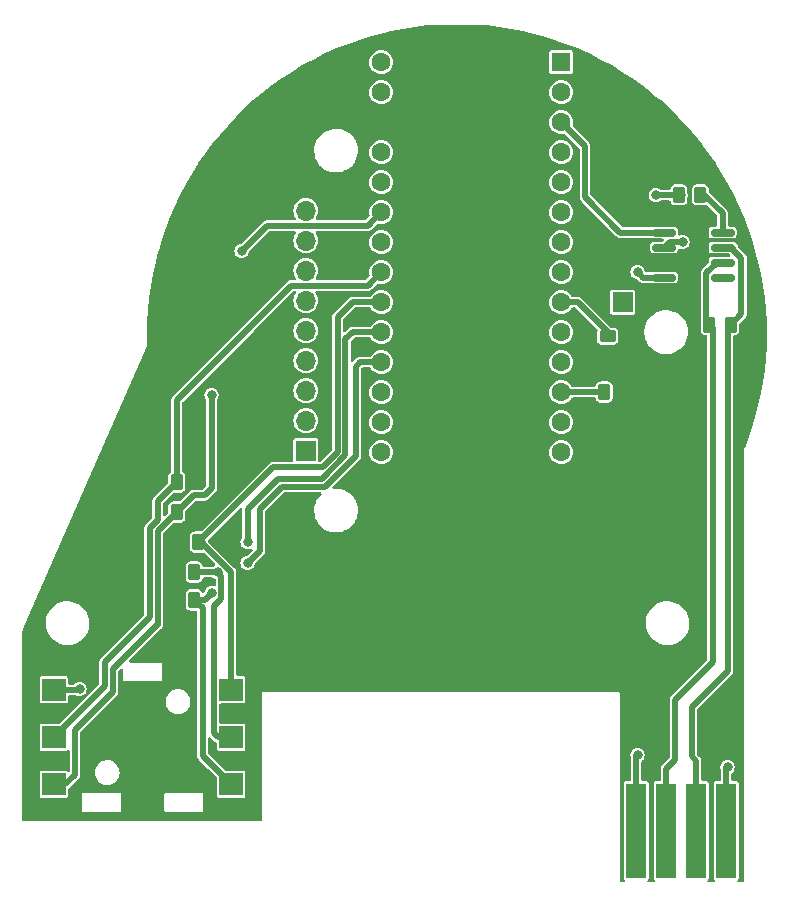
<source format=gbr>
G04 #@! TF.GenerationSoftware,KiCad,Pcbnew,7.0.2-0*
G04 #@! TF.CreationDate,2023-06-19T12:30:15-04:00*
G04 #@! TF.ProjectId,speed_joystick,73706565-645f-46a6-9f79-737469636b2e,rev?*
G04 #@! TF.SameCoordinates,Original*
G04 #@! TF.FileFunction,Copper,L1,Top*
G04 #@! TF.FilePolarity,Positive*
%FSLAX46Y46*%
G04 Gerber Fmt 4.6, Leading zero omitted, Abs format (unit mm)*
G04 Created by KiCad (PCBNEW 7.0.2-0) date 2023-06-19 12:30:15*
%MOMM*%
%LPD*%
G01*
G04 APERTURE LIST*
G04 Aperture macros list*
%AMRoundRect*
0 Rectangle with rounded corners*
0 $1 Rounding radius*
0 $2 $3 $4 $5 $6 $7 $8 $9 X,Y pos of 4 corners*
0 Add a 4 corners polygon primitive as box body*
4,1,4,$2,$3,$4,$5,$6,$7,$8,$9,$2,$3,0*
0 Add four circle primitives for the rounded corners*
1,1,$1+$1,$2,$3*
1,1,$1+$1,$4,$5*
1,1,$1+$1,$6,$7*
1,1,$1+$1,$8,$9*
0 Add four rect primitives between the rounded corners*
20,1,$1+$1,$2,$3,$4,$5,0*
20,1,$1+$1,$4,$5,$6,$7,0*
20,1,$1+$1,$6,$7,$8,$9,0*
20,1,$1+$1,$8,$9,$2,$3,0*%
G04 Aperture macros list end*
G04 #@! TA.AperFunction,ComponentPad*
%ADD10R,1.700000X1.700000*%
G04 #@! TD*
G04 #@! TA.AperFunction,ComponentPad*
%ADD11O,1.700000X1.700000*%
G04 #@! TD*
G04 #@! TA.AperFunction,SMDPad,CuDef*
%ADD12RoundRect,0.150000X-0.825000X-0.150000X0.825000X-0.150000X0.825000X0.150000X-0.825000X0.150000X0*%
G04 #@! TD*
G04 #@! TA.AperFunction,SMDPad,CuDef*
%ADD13RoundRect,0.250000X-0.262500X-0.450000X0.262500X-0.450000X0.262500X0.450000X-0.262500X0.450000X0*%
G04 #@! TD*
G04 #@! TA.AperFunction,SMDPad,CuDef*
%ADD14RoundRect,0.250000X0.262500X0.450000X-0.262500X0.450000X-0.262500X-0.450000X0.262500X-0.450000X0*%
G04 #@! TD*
G04 #@! TA.AperFunction,SMDPad,CuDef*
%ADD15R,2.000000X1.900000*%
G04 #@! TD*
G04 #@! TA.AperFunction,ConnectorPad*
%ADD16R,1.700000X8.000000*%
G04 #@! TD*
G04 #@! TA.AperFunction,SMDPad,CuDef*
%ADD17RoundRect,0.250000X0.450000X-0.262500X0.450000X0.262500X-0.450000X0.262500X-0.450000X-0.262500X0*%
G04 #@! TD*
G04 #@! TA.AperFunction,ComponentPad*
%ADD18R,1.600000X1.600000*%
G04 #@! TD*
G04 #@! TA.AperFunction,ComponentPad*
%ADD19C,1.600000*%
G04 #@! TD*
G04 #@! TA.AperFunction,ViaPad*
%ADD20C,0.800000*%
G04 #@! TD*
G04 #@! TA.AperFunction,Conductor*
%ADD21C,0.500000*%
G04 #@! TD*
G04 APERTURE END LIST*
D10*
X-76345000Y-10033000D03*
D11*
X-76345000Y-7493000D03*
X-76345000Y-4953000D03*
X-76345000Y-2413000D03*
X-76345000Y127000D03*
X-76345000Y2667000D03*
X-76345000Y5207000D03*
X-76345000Y7747000D03*
X-76345000Y10287000D03*
D12*
X-46007379Y8432800D03*
X-46007379Y7162800D03*
X-46007379Y5892800D03*
X-46007379Y4622800D03*
X-41057379Y4622800D03*
X-41057379Y5892800D03*
X-41057379Y7162800D03*
X-41057379Y8432800D03*
D13*
X-87272500Y-17780000D03*
X-85447500Y-17780000D03*
D14*
X-85447500Y-12700000D03*
X-87272500Y-12700000D03*
D10*
X-49530000Y2540000D03*
D15*
X-97670000Y-30290000D03*
X-97670000Y-34290000D03*
X-97670000Y-38290000D03*
X-82670000Y-30290000D03*
X-82670000Y-34290000D03*
X-82670000Y-38290000D03*
D13*
X-42187500Y635000D03*
X-40362500Y635000D03*
X-87630000Y-22670000D03*
X-85805000Y-22670000D03*
D14*
X-85447500Y-15240000D03*
X-87272500Y-15240000D03*
D16*
X-48380000Y-42227500D03*
X-45840000Y-42227500D03*
X-43300000Y-42227500D03*
X-40760000Y-42227500D03*
D17*
X-50800000Y-2182500D03*
X-50800000Y-357500D03*
D14*
X-42938879Y11633200D03*
X-44763879Y11633200D03*
D13*
X-87630000Y-20320000D03*
X-85805000Y-20320000D03*
D14*
X-49252500Y-5080000D03*
X-51077500Y-5080000D03*
D18*
X-54730000Y22860000D03*
D19*
X-54730000Y20320000D03*
X-54730000Y17780000D03*
X-54730000Y15240000D03*
X-54730000Y12700000D03*
X-54730000Y10160000D03*
X-54730000Y7620000D03*
X-54730000Y5080000D03*
X-54730000Y2540000D03*
X-54730000Y0D03*
X-54730000Y-2540000D03*
X-54730000Y-5080000D03*
X-54730000Y-7620000D03*
X-54730000Y-10160000D03*
X-69970000Y-10160000D03*
X-69970000Y-7620000D03*
X-69970000Y-5080000D03*
X-69970000Y-2540000D03*
X-69970000Y0D03*
X-69970000Y2540000D03*
X-69970000Y5080000D03*
X-69970000Y7620000D03*
X-69970000Y10160000D03*
X-69970000Y12700000D03*
X-69970000Y15240000D03*
X-69970000Y17780000D03*
X-69970000Y20320000D03*
X-69970000Y22860000D03*
D20*
X-95504000Y-30226000D03*
X-48260000Y-35814000D03*
X-46707379Y11607800D03*
X-44450000Y7620000D03*
X-48260000Y5080000D03*
X-81280000Y-17780000D03*
X-83820000Y-20320000D03*
X-81280000Y-19558000D03*
X-84328000Y-22098000D03*
X-81788000Y6858000D03*
X-84328000Y-5334000D03*
X-40640000Y-36830000D03*
D21*
X-95568000Y-30290000D02*
X-95504000Y-30226000D01*
X-48380000Y-42227500D02*
X-48380000Y-35934000D01*
X-44444879Y11607800D02*
X-46707379Y11607800D01*
X-48380000Y-35934000D02*
X-48260000Y-35814000D01*
X-45550179Y7620000D02*
X-46007379Y7162800D01*
X-44450000Y7620000D02*
X-45550179Y7620000D01*
X-97670000Y-30290000D02*
X-95568000Y-30290000D01*
X-54730000Y17780000D02*
X-52705000Y15755000D01*
X-52705000Y15755000D02*
X-52705000Y11430000D01*
X-49707800Y8432800D02*
X-46007379Y8432800D01*
X-52705000Y11430000D02*
X-49707800Y8432800D01*
X-47802800Y4622800D02*
X-48260000Y5080000D01*
X-46007379Y4622800D02*
X-47802800Y4622800D01*
X-89560000Y-16594120D02*
X-88900000Y-15934120D01*
X-93345000Y-27940000D02*
X-89560000Y-24155000D01*
X-88900000Y-14327500D02*
X-87272500Y-12700000D01*
X-93370000Y-29990000D02*
X-93370000Y-27940000D01*
X-77587000Y3947000D02*
X-87272500Y-5738500D01*
X-87272500Y-5738500D02*
X-87272500Y-12700000D01*
X-69970000Y5080000D02*
X-71103000Y3947000D01*
X-89560000Y-24155000D02*
X-89560000Y-16594120D01*
X-97670000Y-34290000D02*
X-93370000Y-29990000D01*
X-71103000Y3947000D02*
X-77587000Y3947000D01*
X-88900000Y-15934120D02*
X-88900000Y-14327500D01*
X-93370000Y-27940000D02*
X-93345000Y-27940000D01*
X-85090000Y-17780000D02*
X-85447500Y-17780000D01*
X-73660000Y1270000D02*
X-72390000Y2540000D01*
X-85214487Y-17780000D02*
X-85447500Y-17780000D01*
X-85447500Y-17780000D02*
X-79097500Y-11430000D01*
X-79097500Y-11430000D02*
X-74930000Y-11430000D01*
X-82670000Y-20324487D02*
X-85214487Y-17780000D01*
X-74930000Y-11430000D02*
X-73660000Y-10160000D01*
X-73660000Y-10160000D02*
X-73660000Y1270000D01*
X-82670000Y-30290000D02*
X-82670000Y-20324487D01*
X-72390000Y2540000D02*
X-69970000Y2540000D01*
X-83518000Y-22558000D02*
X-83518000Y-20622000D01*
X-73000000Y-610000D02*
X-72390000Y0D01*
X-83518000Y-20622000D02*
X-83820000Y-20320000D01*
X-72390000Y0D02*
X-69970000Y0D01*
X-85805000Y-20320000D02*
X-83820000Y-20320000D01*
X-81280000Y-14986000D02*
X-78740000Y-12446000D01*
X-81280000Y-17780000D02*
X-81280000Y-14986000D01*
X-84137500Y-33972500D02*
X-84137500Y-23177500D01*
X-73000000Y-10433380D02*
X-73000000Y-610000D01*
X-82670000Y-34290000D02*
X-83820000Y-34290000D01*
X-78740000Y-12446000D02*
X-75012620Y-12446000D01*
X-84137500Y-23177500D02*
X-83518000Y-22558000D01*
X-75012620Y-12446000D02*
X-73000000Y-10433380D01*
X-83820000Y-34290000D02*
X-84137500Y-33972500D01*
X-80264000Y-14986000D02*
X-78384000Y-13106000D01*
X-72136000Y-2921000D02*
X-71755000Y-2540000D01*
X-78384000Y-13106000D02*
X-74739240Y-13106000D01*
X-74739240Y-13106000D02*
X-72136000Y-10502760D01*
X-81280000Y-19558000D02*
X-80264000Y-18542000D01*
X-84900000Y-22670000D02*
X-84328000Y-22098000D01*
X-85090000Y-35870000D02*
X-85090000Y-23385000D01*
X-72136000Y-10502760D02*
X-72136000Y-2921000D01*
X-85805000Y-22670000D02*
X-84900000Y-22670000D01*
X-85090000Y-23385000D02*
X-85805000Y-22670000D01*
X-82670000Y-38290000D02*
X-85090000Y-35870000D01*
X-71755000Y-2540000D02*
X-69970000Y-2540000D01*
X-80264000Y-18542000D02*
X-80264000Y-14986000D01*
X-41910000Y357500D02*
X-42187500Y635000D01*
X-45085000Y-31115000D02*
X-41910000Y-27940000D01*
X-45840000Y-36950000D02*
X-45085000Y-36195000D01*
X-42442379Y5004759D02*
X-41554338Y5892800D01*
X-41554338Y5892800D02*
X-41057379Y5892800D01*
X-42187500Y635000D02*
X-42442379Y889879D01*
X-41554339Y5892800D02*
X-41057379Y5892800D01*
X-41910000Y-27940000D02*
X-41910000Y357500D01*
X-45085000Y-36195000D02*
X-45085000Y-31115000D01*
X-42442379Y889879D02*
X-42442379Y5004759D01*
X-45840000Y-42227500D02*
X-45840000Y-36950000D01*
X-43300000Y-36305500D02*
X-43300000Y-42227500D01*
X-40640000Y-28702000D02*
X-40640000Y357500D01*
X-39460664Y1536836D02*
X-39460664Y6259336D01*
X-39460664Y6259336D02*
X-40364128Y7162800D01*
X-40182800Y7162800D02*
X-41057379Y7162800D01*
X-40640000Y357500D02*
X-40362500Y635000D01*
X-43688000Y-35917500D02*
X-43688000Y-31750000D01*
X-43300000Y-36305500D02*
X-43688000Y-35917500D01*
X-40364128Y7162800D02*
X-41057379Y7162800D01*
X-43688000Y-31750000D02*
X-40640000Y-28702000D01*
X-40362500Y635000D02*
X-39460664Y1536836D01*
X-92710000Y-30480000D02*
X-92710000Y-28555737D01*
X-97670000Y-38290000D02*
X-96710000Y-38290000D01*
X-79639000Y9007000D02*
X-71123000Y9007000D01*
X-88919263Y-24765000D02*
X-88900000Y-24765000D01*
X-81788000Y6858000D02*
X-79639000Y9007000D01*
X-92710000Y-28555737D02*
X-88919263Y-24765000D01*
X-87272500Y-15240000D02*
X-85842500Y-13810000D01*
X-85842500Y-13810000D02*
X-84911619Y-13810000D01*
X-71123000Y9007000D02*
X-69970000Y10160000D01*
X-88900000Y-16867500D02*
X-87272500Y-15240000D01*
X-96710000Y-38290000D02*
X-95885000Y-37465000D01*
X-95885000Y-37465000D02*
X-95885000Y-33655000D01*
X-95885000Y-33655000D02*
X-92710000Y-30480000D01*
X-84911619Y-13810000D02*
X-84328000Y-13226381D01*
X-84328000Y-13226381D02*
X-84328000Y-5334000D01*
X-88900000Y-24765000D02*
X-88900000Y-16867500D01*
X-41057379Y8432800D02*
X-41057379Y10045300D01*
X-41057379Y10045300D02*
X-42619879Y11607800D01*
X-51077500Y-5080000D02*
X-54730000Y-5080000D01*
X-50800000Y0D02*
X-53340000Y2540000D01*
X-50800000Y-357500D02*
X-50800000Y0D01*
X-53340000Y2540000D02*
X-54730000Y2540000D01*
X-40760000Y-36950000D02*
X-40640000Y-36830000D01*
X-40760000Y-42227500D02*
X-40760000Y-36950000D01*
G04 #@! TA.AperFunction,Conductor*
G36*
X-61814204Y26034627D02*
G01*
X-61675724Y26023862D01*
X-61008741Y25972017D01*
X-61003952Y25971551D01*
X-59998234Y25853973D01*
X-59993476Y25853323D01*
X-58993060Y25696890D01*
X-58988327Y25696056D01*
X-57994962Y25501017D01*
X-57990270Y25500001D01*
X-57004975Y25266608D01*
X-57000294Y25265402D01*
X-56024873Y24993792D01*
X-56020272Y24992414D01*
X-55056204Y24683263D01*
X-55051658Y24681708D01*
X-54100153Y24335397D01*
X-54095670Y24333666D01*
X-53158350Y23950764D01*
X-53153928Y23948857D01*
X-52232206Y23529856D01*
X-52227869Y23527782D01*
X-51323067Y23073362D01*
X-51318819Y23071124D01*
X-50432219Y22581980D01*
X-50428040Y22579568D01*
X-49561322Y22056409D01*
X-49557264Y22053851D01*
X-48711262Y21497452D01*
X-48707300Y21494735D01*
X-47883498Y20905987D01*
X-47879638Y20903114D01*
X-47443223Y20564894D01*
X-47079284Y20282841D01*
X-47075568Y20279843D01*
X-46664941Y19935273D01*
X-46299927Y19628977D01*
X-46296295Y19625806D01*
X-45546699Y18945417D01*
X-45543216Y18942131D01*
X-45363656Y18766024D01*
X-44820320Y18233138D01*
X-44816956Y18229708D01*
X-44122075Y17493244D01*
X-44118877Y17489722D01*
X-43846848Y17178058D01*
X-43452990Y16726815D01*
X-43449888Y16723117D01*
X-43394807Y16654818D01*
X-42827107Y15950883D01*
X-42814348Y15935063D01*
X-42811408Y15931270D01*
X-42692876Y15772034D01*
X-42206833Y15119081D01*
X-42204045Y15115179D01*
X-41631303Y14280189D01*
X-41628661Y14276174D01*
X-41088695Y13419595D01*
X-41086200Y13415459D01*
X-40602509Y12577488D01*
X-40580076Y12538625D01*
X-40577765Y12534437D01*
X-40105915Y11638578D01*
X-40103793Y11634353D01*
X-39666998Y10720816D01*
X-39665037Y10716503D01*
X-39305397Y9883043D01*
X-39263844Y9786744D01*
X-39262021Y9782282D01*
X-38897424Y8837736D01*
X-38895802Y8833276D01*
X-38568024Y7875231D01*
X-38566580Y7870727D01*
X-38276140Y6900667D01*
X-38274870Y6896104D01*
X-38032047Y5953410D01*
X-38022297Y5915557D01*
X-38021192Y5910896D01*
X-37806720Y4921326D01*
X-37805803Y4916663D01*
X-37629937Y3919522D01*
X-37629193Y3914772D01*
X-37492183Y2911549D01*
X-37491629Y2906809D01*
X-37393724Y1898968D01*
X-37393361Y1894305D01*
X-37334404Y884959D01*
X-37334316Y883457D01*
X-37334128Y878620D01*
X-37314700Y-133740D01*
X-37314700Y-138429D01*
X-37334128Y-1150777D01*
X-37334315Y-1155613D01*
X-37393361Y-2166477D01*
X-37393724Y-2171140D01*
X-37491627Y-3178956D01*
X-37492183Y-3183721D01*
X-37629192Y-4186935D01*
X-37629935Y-4191685D01*
X-37805803Y-5188835D01*
X-37806719Y-5193492D01*
X-38021191Y-6183063D01*
X-38022296Y-6187725D01*
X-38274870Y-7168276D01*
X-38276140Y-7172839D01*
X-38566580Y-8142899D01*
X-38568024Y-8147403D01*
X-38895807Y-9105465D01*
X-38897418Y-9109892D01*
X-39087165Y-9601462D01*
X-39207008Y-9911935D01*
X-39208121Y-9914718D01*
X-39211164Y-9922064D01*
X-39211164Y-9922065D01*
X-39211408Y-9922655D01*
X-39211392Y-9923293D01*
X-39211393Y-9923295D01*
X-39211201Y-9931185D01*
X-39211164Y-9934204D01*
X-39211164Y-46469882D01*
X-39230849Y-46536921D01*
X-39283653Y-46582676D01*
X-39335164Y-46593882D01*
X-39688667Y-46593882D01*
X-39755706Y-46574197D01*
X-39801461Y-46521393D01*
X-39811405Y-46452235D01*
X-39782380Y-46388679D01*
X-39768196Y-46376165D01*
X-39721132Y-46305730D01*
X-39709500Y-46247248D01*
X-39709500Y-38207751D01*
X-39721132Y-38149269D01*
X-39765447Y-38082947D01*
X-39831769Y-38038632D01*
X-39890251Y-38027000D01*
X-39890252Y-38027000D01*
X-40185500Y-38027000D01*
X-40252539Y-38007315D01*
X-40298294Y-37954511D01*
X-40309500Y-37903000D01*
X-40309500Y-37394462D01*
X-40289815Y-37327423D01*
X-40260986Y-37296086D01*
X-40216262Y-37261769D01*
X-40211716Y-37258281D01*
X-40115463Y-37132840D01*
X-40054956Y-36986762D01*
X-40034317Y-36830000D01*
X-40054956Y-36673237D01*
X-40115463Y-36527159D01*
X-40211717Y-36401717D01*
X-40337159Y-36305463D01*
X-40483237Y-36244956D01*
X-40640000Y-36224317D01*
X-40796762Y-36244956D01*
X-40942840Y-36305463D01*
X-41068282Y-36401717D01*
X-41111202Y-36457652D01*
X-41164536Y-36527159D01*
X-41225044Y-36673238D01*
X-41245682Y-36830000D01*
X-41239617Y-36876072D01*
X-41225044Y-36986761D01*
X-41219939Y-36999086D01*
X-41210500Y-37046539D01*
X-41210500Y-37903000D01*
X-41230185Y-37970039D01*
X-41282989Y-38015794D01*
X-41334500Y-38027000D01*
X-41629749Y-38027000D01*
X-41688230Y-38038632D01*
X-41754552Y-38082947D01*
X-41798867Y-38149269D01*
X-41810500Y-38207752D01*
X-41810500Y-46247248D01*
X-41798867Y-46305731D01*
X-41755780Y-46370213D01*
X-41740849Y-46392560D01*
X-41740879Y-46392580D01*
X-41717637Y-46420392D01*
X-41708930Y-46489716D01*
X-41739084Y-46552744D01*
X-41798527Y-46589464D01*
X-41831333Y-46593882D01*
X-42228667Y-46593882D01*
X-42295706Y-46574197D01*
X-42341461Y-46521393D01*
X-42351405Y-46452235D01*
X-42322380Y-46388679D01*
X-42308196Y-46376165D01*
X-42261132Y-46305730D01*
X-42249500Y-46247248D01*
X-42249500Y-38207751D01*
X-42261132Y-38149269D01*
X-42305447Y-38082947D01*
X-42371769Y-38038632D01*
X-42430251Y-38027000D01*
X-42430252Y-38027000D01*
X-42725500Y-38027000D01*
X-42792539Y-38007315D01*
X-42838294Y-37954511D01*
X-42849500Y-37903000D01*
X-42849500Y-36337761D01*
X-42848720Y-36323876D01*
X-42844729Y-36288464D01*
X-42855358Y-36232284D01*
X-42856134Y-36227719D01*
X-42865549Y-36165261D01*
X-42867170Y-36160334D01*
X-42896699Y-36104464D01*
X-42898789Y-36100325D01*
X-42926179Y-36043449D01*
X-42929188Y-36039208D01*
X-42973848Y-35994547D01*
X-42977062Y-35991210D01*
X-43020036Y-35944896D01*
X-43034926Y-35933469D01*
X-43116773Y-35851622D01*
X-43201181Y-35767214D01*
X-43234666Y-35705891D01*
X-43237500Y-35679533D01*
X-43237500Y-31987965D01*
X-43217815Y-31920926D01*
X-43201181Y-31900284D01*
X-40344265Y-29043368D01*
X-40333897Y-29034102D01*
X-40310571Y-29015500D01*
X-40306030Y-29011879D01*
X-40273800Y-28964608D01*
X-40271148Y-28960870D01*
X-40233629Y-28910035D01*
X-40231302Y-28905424D01*
X-40212679Y-28845049D01*
X-40211230Y-28840644D01*
X-40190368Y-28781023D01*
X-40189500Y-28775914D01*
X-40189500Y-28712738D01*
X-40189413Y-28708101D01*
X-40187050Y-28644971D01*
X-40189500Y-28626365D01*
X-40189500Y-389500D01*
X-40169815Y-322461D01*
X-40117011Y-276706D01*
X-40065500Y-265500D01*
X-40048627Y-265500D01*
X-40045734Y-265500D01*
X-40015301Y-262646D01*
X-39887118Y-217793D01*
X-39887115Y-217792D01*
X-39777849Y-137150D01*
X-39697207Y-27884D01*
X-39652353Y100303D01*
X-39649770Y127848D01*
X-39649769Y127861D01*
X-39649500Y130734D01*
X-39649500Y659533D01*
X-39629815Y726572D01*
X-39613181Y747214D01*
X-39164928Y1195467D01*
X-39154562Y1204731D01*
X-39126695Y1226954D01*
X-39094488Y1274192D01*
X-39091808Y1277968D01*
X-39054297Y1328795D01*
X-39051965Y1333414D01*
X-39033338Y1393802D01*
X-39031889Y1398205D01*
X-39011032Y1457811D01*
X-39010164Y1462922D01*
X-39010164Y1526081D01*
X-39010077Y1530718D01*
X-39007713Y1593864D01*
X-39010164Y1612474D01*
X-39010164Y6227074D01*
X-39009384Y6240958D01*
X-39005393Y6276370D01*
X-39016020Y6332530D01*
X-39016797Y6337102D01*
X-39026214Y6399584D01*
X-39027827Y6404484D01*
X-39057351Y6460346D01*
X-39059441Y6464486D01*
X-39086848Y6521396D01*
X-39089847Y6525623D01*
X-39134510Y6570286D01*
X-39137727Y6573625D01*
X-39180707Y6619947D01*
X-39195594Y6631370D01*
X-39698827Y7134602D01*
X-39732312Y7195925D01*
X-39734799Y7213014D01*
X-39738633Y7264175D01*
X-39747309Y7286282D01*
X-39788248Y7390594D01*
X-39872921Y7496770D01*
X-39937892Y7541067D01*
X-40000571Y7583802D01*
X-39999459Y7585431D01*
X-40024287Y7600389D01*
X-40025896Y7601998D01*
X-40130986Y7653373D01*
X-40158239Y7657343D01*
X-40199116Y7663300D01*
X-40199119Y7663300D01*
X-41915639Y7663300D01*
X-41915642Y7663300D01*
X-41949705Y7658336D01*
X-41983772Y7653373D01*
X-42088862Y7601998D01*
X-42171577Y7519283D01*
X-42222952Y7414193D01*
X-42222952Y7414190D01*
X-42232879Y7346063D01*
X-42232879Y6979536D01*
X-42230337Y6962092D01*
X-42222952Y6911407D01*
X-42179153Y6821814D01*
X-42171576Y6806315D01*
X-42088863Y6723602D01*
X-42043113Y6701237D01*
X-41983772Y6672227D01*
X-41983770Y6672226D01*
X-41983769Y6672226D01*
X-41915642Y6662300D01*
X-41915639Y6662300D01*
X-40552094Y6662300D01*
X-40485055Y6642615D01*
X-40464413Y6625981D01*
X-40443413Y6604981D01*
X-40409928Y6543658D01*
X-40414912Y6473966D01*
X-40456784Y6418033D01*
X-40522248Y6393616D01*
X-40531094Y6393300D01*
X-41915642Y6393300D01*
X-41949705Y6388336D01*
X-41983772Y6383373D01*
X-42088862Y6331998D01*
X-42171577Y6249283D01*
X-42222952Y6144193D01*
X-42222952Y6144190D01*
X-42232879Y6076063D01*
X-42232879Y5902723D01*
X-42252564Y5835684D01*
X-42269198Y5815042D01*
X-42738123Y5346116D01*
X-42748472Y5336868D01*
X-42776349Y5314638D01*
X-42808570Y5267377D01*
X-42811227Y5263632D01*
X-42845172Y5217641D01*
X-42845173Y5217636D01*
X-42848760Y5212777D01*
X-42851071Y5208200D01*
X-42852849Y5202434D01*
X-42852851Y5202432D01*
X-42869703Y5147794D01*
X-42871147Y5143406D01*
X-42890025Y5089458D01*
X-42892016Y5083767D01*
X-42892879Y5078689D01*
X-42892879Y5015497D01*
X-42892966Y5010860D01*
X-42894147Y4979283D01*
X-42895328Y4947730D01*
X-42892879Y4929124D01*
X-42892879Y1204390D01*
X-42896257Y1184510D01*
X-42897645Y1169699D01*
X-42897646Y1169699D01*
X-42900500Y1139266D01*
X-42900500Y130734D01*
X-42897646Y100301D01*
X-42858944Y-10303D01*
X-42852792Y-27884D01*
X-42772150Y-137150D01*
X-42662884Y-217792D01*
X-42662882Y-217792D01*
X-42662882Y-217793D01*
X-42534699Y-262646D01*
X-42504266Y-265500D01*
X-42484500Y-265500D01*
X-42417461Y-285185D01*
X-42371706Y-337989D01*
X-42360500Y-389500D01*
X-42360500Y-27702034D01*
X-42380185Y-27769073D01*
X-42396819Y-27789715D01*
X-45380733Y-30773630D01*
X-45391101Y-30782896D01*
X-45418970Y-30805121D01*
X-45430047Y-30821368D01*
X-45451180Y-30852364D01*
X-45453863Y-30856145D01*
X-45491376Y-30906973D01*
X-45493695Y-30911568D01*
X-45495470Y-30917325D01*
X-45495472Y-30917327D01*
X-45503190Y-30942351D01*
X-45512330Y-30971980D01*
X-45513780Y-30976387D01*
X-45534636Y-31035989D01*
X-45535500Y-31041072D01*
X-45535500Y-31104261D01*
X-45535587Y-31108898D01*
X-45537949Y-31172029D01*
X-45535500Y-31190635D01*
X-45535500Y-35957035D01*
X-45555185Y-36024074D01*
X-45571819Y-36044716D01*
X-46135733Y-36608630D01*
X-46146101Y-36617896D01*
X-46173969Y-36640120D01*
X-46206180Y-36687364D01*
X-46208863Y-36691145D01*
X-46246376Y-36741973D01*
X-46248695Y-36746568D01*
X-46250470Y-36752325D01*
X-46250472Y-36752327D01*
X-46258190Y-36777351D01*
X-46267330Y-36806980D01*
X-46268780Y-36811387D01*
X-46289636Y-36870989D01*
X-46290500Y-36876072D01*
X-46290500Y-36939261D01*
X-46290587Y-36943898D01*
X-46292949Y-37007029D01*
X-46290500Y-37025635D01*
X-46290500Y-37903000D01*
X-46310185Y-37970039D01*
X-46362989Y-38015794D01*
X-46414500Y-38027000D01*
X-46709749Y-38027000D01*
X-46768230Y-38038632D01*
X-46834552Y-38082947D01*
X-46878867Y-38149268D01*
X-46878867Y-38149269D01*
X-46890500Y-38207752D01*
X-46890500Y-46247248D01*
X-46878867Y-46305731D01*
X-46835780Y-46370213D01*
X-46820849Y-46392560D01*
X-46820879Y-46392580D01*
X-46797637Y-46420392D01*
X-46788930Y-46489716D01*
X-46819084Y-46552744D01*
X-46878527Y-46589464D01*
X-46911333Y-46593882D01*
X-47308667Y-46593882D01*
X-47375706Y-46574197D01*
X-47421461Y-46521393D01*
X-47431405Y-46452235D01*
X-47402380Y-46388679D01*
X-47388196Y-46376165D01*
X-47341132Y-46305730D01*
X-47329500Y-46247248D01*
X-47329500Y-38207751D01*
X-47341132Y-38149269D01*
X-47385447Y-38082947D01*
X-47451769Y-38038632D01*
X-47510251Y-38027000D01*
X-47510252Y-38027000D01*
X-47805500Y-38027000D01*
X-47872539Y-38007315D01*
X-47918294Y-37954511D01*
X-47929500Y-37903000D01*
X-47929500Y-36378462D01*
X-47909815Y-36311423D01*
X-47880986Y-36280086D01*
X-47856883Y-36261591D01*
X-47831716Y-36242281D01*
X-47735463Y-36116840D01*
X-47674956Y-35970762D01*
X-47654317Y-35814000D01*
X-47674956Y-35657237D01*
X-47735463Y-35511159D01*
X-47831717Y-35385717D01*
X-47957159Y-35289463D01*
X-48103237Y-35228956D01*
X-48260000Y-35208317D01*
X-48416762Y-35228956D01*
X-48562840Y-35289463D01*
X-48688282Y-35385717D01*
X-48726944Y-35436103D01*
X-48784536Y-35511159D01*
X-48845044Y-35657238D01*
X-48865682Y-35814000D01*
X-48848373Y-35945479D01*
X-48845044Y-35970761D01*
X-48839939Y-35983086D01*
X-48830500Y-36030539D01*
X-48830500Y-37903000D01*
X-48850185Y-37970039D01*
X-48902989Y-38015794D01*
X-48954500Y-38027000D01*
X-49249749Y-38027000D01*
X-49308230Y-38038632D01*
X-49374552Y-38082947D01*
X-49418867Y-38149268D01*
X-49418867Y-38149269D01*
X-49430500Y-38207752D01*
X-49430500Y-46247248D01*
X-49418867Y-46305731D01*
X-49375780Y-46370213D01*
X-49360849Y-46392560D01*
X-49360879Y-46392580D01*
X-49337637Y-46420392D01*
X-49328930Y-46489716D01*
X-49359084Y-46552744D01*
X-49418527Y-46589464D01*
X-49451333Y-46593882D01*
X-49656398Y-46593882D01*
X-49723437Y-46574197D01*
X-49769192Y-46521393D01*
X-49780398Y-46469882D01*
X-49780398Y-30562077D01*
X-49776236Y-30541162D01*
X-49776237Y-30527366D01*
X-49792247Y-30488715D01*
X-49820850Y-30476868D01*
X-49820852Y-30476867D01*
X-49830897Y-30472706D01*
X-49830898Y-30472706D01*
X-49844691Y-30472706D01*
X-49865608Y-30476867D01*
X-79946851Y-30476867D01*
X-79967768Y-30472706D01*
X-79981562Y-30472706D01*
X-79991607Y-30476867D01*
X-80020211Y-30488715D01*
X-80020212Y-30488716D01*
X-80036222Y-30527366D01*
X-80036222Y-30541162D01*
X-80032061Y-30562077D01*
X-80032061Y-41262156D01*
X-80051746Y-41329195D01*
X-80104550Y-41374950D01*
X-80156061Y-41386156D01*
X-100275501Y-41386156D01*
X-100342540Y-41366471D01*
X-100388295Y-41313667D01*
X-100399501Y-41262156D01*
X-100399501Y-40540000D01*
X-95324660Y-40540000D01*
X-95320499Y-40550045D01*
X-95308650Y-40578650D01*
X-95270000Y-40594660D01*
X-95256205Y-40594660D01*
X-95235288Y-40590499D01*
X-92104712Y-40590499D01*
X-92083795Y-40594660D01*
X-92070000Y-40594660D01*
X-92031350Y-40578650D01*
X-92031349Y-40578649D01*
X-92019502Y-40550047D01*
X-92015340Y-40540000D01*
X-88324660Y-40540000D01*
X-88320499Y-40550045D01*
X-88308650Y-40578650D01*
X-88270000Y-40594660D01*
X-88256205Y-40594660D01*
X-88235288Y-40590499D01*
X-85104712Y-40590499D01*
X-85083795Y-40594660D01*
X-85070000Y-40594660D01*
X-85031350Y-40578650D01*
X-85031349Y-40578649D01*
X-85019502Y-40550047D01*
X-85015340Y-40540000D01*
X-85015340Y-40526210D01*
X-85019501Y-40505290D01*
X-85019501Y-39124711D01*
X-85015340Y-39103796D01*
X-85015340Y-39090000D01*
X-85031350Y-39051349D01*
X-85059953Y-39039502D01*
X-85059955Y-39039501D01*
X-85070000Y-39035340D01*
X-85070001Y-39035340D01*
X-85083794Y-39035340D01*
X-85104711Y-39039501D01*
X-88235289Y-39039501D01*
X-88256206Y-39035340D01*
X-88270000Y-39035340D01*
X-88280045Y-39039501D01*
X-88308649Y-39051349D01*
X-88308650Y-39051350D01*
X-88324660Y-39090000D01*
X-88324659Y-39090002D01*
X-88324660Y-39103793D01*
X-88320499Y-39124711D01*
X-88320499Y-40505290D01*
X-88324660Y-40526210D01*
X-88324660Y-40539999D01*
X-88324660Y-40540000D01*
X-92015340Y-40540000D01*
X-92015340Y-40526210D01*
X-92019501Y-40505290D01*
X-92019501Y-39124711D01*
X-92015340Y-39103796D01*
X-92015340Y-39090000D01*
X-92031350Y-39051349D01*
X-92059953Y-39039502D01*
X-92059955Y-39039501D01*
X-92070000Y-39035340D01*
X-92070001Y-39035340D01*
X-92083794Y-39035340D01*
X-92104711Y-39039501D01*
X-95235289Y-39039501D01*
X-95256206Y-39035340D01*
X-95270000Y-39035340D01*
X-95280045Y-39039501D01*
X-95308649Y-39051349D01*
X-95308650Y-39051350D01*
X-95324660Y-39090000D01*
X-95324660Y-39103796D01*
X-95320499Y-39124711D01*
X-95320499Y-40505290D01*
X-95324660Y-40526210D01*
X-95324660Y-40539999D01*
X-95324660Y-40540000D01*
X-100399501Y-40540000D01*
X-100399501Y-39259748D01*
X-98870500Y-39259748D01*
X-98858867Y-39318231D01*
X-98814552Y-39384552D01*
X-98748231Y-39428867D01*
X-98718989Y-39434683D01*
X-98689749Y-39440500D01*
X-98689748Y-39440500D01*
X-96650251Y-39440500D01*
X-96591769Y-39428867D01*
X-96525447Y-39384552D01*
X-96481132Y-39318230D01*
X-96469500Y-39259748D01*
X-96469500Y-38737966D01*
X-96449815Y-38670927D01*
X-96433181Y-38650285D01*
X-96399048Y-38616152D01*
X-96395708Y-38612934D01*
X-96353806Y-38574055D01*
X-96353805Y-38574053D01*
X-96349391Y-38569958D01*
X-96337966Y-38555070D01*
X-95589265Y-37806368D01*
X-95578897Y-37797102D01*
X-95551030Y-37774879D01*
X-95518800Y-37727608D01*
X-95516148Y-37723870D01*
X-95478629Y-37673035D01*
X-95476302Y-37668425D01*
X-95457675Y-37608038D01*
X-95456226Y-37603635D01*
X-95435367Y-37544023D01*
X-95434499Y-37538916D01*
X-95434500Y-37475738D01*
X-95434413Y-37471101D01*
X-95432050Y-37407971D01*
X-95434500Y-37389365D01*
X-95434500Y-37290000D01*
X-94225583Y-37290000D01*
X-94205300Y-37495934D01*
X-94145232Y-37693954D01*
X-94047685Y-37876450D01*
X-93916410Y-38036410D01*
X-93756450Y-38167685D01*
X-93573954Y-38265232D01*
X-93375934Y-38325300D01*
X-93221608Y-38340500D01*
X-93218558Y-38340500D01*
X-93121442Y-38340500D01*
X-93118392Y-38340500D01*
X-92964066Y-38325300D01*
X-92766046Y-38265232D01*
X-92583550Y-38167685D01*
X-92480296Y-38082947D01*
X-92423589Y-38036410D01*
X-92314104Y-37903000D01*
X-92292315Y-37876450D01*
X-92194768Y-37693954D01*
X-92164733Y-37594944D01*
X-92134699Y-37495932D01*
X-92114417Y-37290000D01*
X-92134699Y-37084067D01*
X-92194769Y-36886043D01*
X-92292314Y-36703551D01*
X-92423589Y-36543589D01*
X-92583551Y-36412314D01*
X-92766043Y-36314769D01*
X-92964067Y-36254699D01*
X-93115358Y-36239798D01*
X-93115374Y-36239797D01*
X-93118392Y-36239500D01*
X-93221608Y-36239500D01*
X-93224626Y-36239797D01*
X-93224641Y-36239798D01*
X-93375932Y-36254699D01*
X-93452712Y-36277990D01*
X-93573954Y-36314768D01*
X-93573955Y-36314768D01*
X-93573956Y-36314769D01*
X-93609251Y-36333635D01*
X-93756450Y-36412315D01*
X-93807085Y-36453870D01*
X-93916410Y-36543589D01*
X-93969787Y-36608630D01*
X-94047685Y-36703550D01*
X-94145232Y-36886046D01*
X-94205300Y-37084066D01*
X-94225583Y-37290000D01*
X-95434500Y-37290000D01*
X-95434500Y-33892965D01*
X-95414815Y-33825926D01*
X-95398181Y-33805284D01*
X-92882897Y-31290000D01*
X-88225583Y-31290000D01*
X-88205300Y-31495934D01*
X-88145232Y-31693954D01*
X-88047685Y-31876450D01*
X-87916410Y-32036410D01*
X-87756450Y-32167685D01*
X-87573954Y-32265232D01*
X-87375934Y-32325300D01*
X-87221608Y-32340500D01*
X-87218558Y-32340500D01*
X-87121442Y-32340500D01*
X-87118392Y-32340500D01*
X-86964066Y-32325300D01*
X-86766046Y-32265232D01*
X-86583550Y-32167685D01*
X-86503569Y-32102047D01*
X-86423589Y-32036410D01*
X-86311875Y-31900284D01*
X-86292315Y-31876450D01*
X-86194768Y-31693954D01*
X-86149652Y-31545224D01*
X-86134699Y-31495932D01*
X-86114417Y-31289999D01*
X-86134699Y-31084067D01*
X-86194769Y-30886043D01*
X-86292314Y-30703551D01*
X-86423589Y-30543589D01*
X-86583551Y-30412314D01*
X-86766043Y-30314769D01*
X-86964067Y-30254699D01*
X-87115358Y-30239798D01*
X-87115374Y-30239797D01*
X-87118392Y-30239500D01*
X-87221608Y-30239500D01*
X-87224626Y-30239797D01*
X-87224641Y-30239798D01*
X-87375932Y-30254699D01*
X-87474944Y-30284734D01*
X-87573954Y-30314768D01*
X-87756450Y-30412315D01*
X-87818952Y-30463609D01*
X-87916410Y-30543589D01*
X-87931582Y-30562077D01*
X-88047685Y-30703550D01*
X-88145232Y-30886046D01*
X-88205300Y-31084066D01*
X-88225583Y-31290000D01*
X-92882897Y-31290000D01*
X-92414265Y-30821368D01*
X-92403897Y-30812102D01*
X-92385538Y-30797461D01*
X-92376030Y-30789879D01*
X-92343800Y-30742608D01*
X-92341148Y-30738870D01*
X-92303629Y-30688035D01*
X-92301302Y-30683424D01*
X-92282679Y-30623049D01*
X-92281230Y-30618644D01*
X-92260368Y-30559023D01*
X-92259500Y-30553914D01*
X-92259500Y-30490738D01*
X-92259413Y-30486101D01*
X-92257050Y-30422971D01*
X-92259500Y-30404365D01*
X-92259500Y-28793701D01*
X-92239815Y-28726662D01*
X-92223185Y-28706025D01*
X-92032180Y-28515019D01*
X-91970857Y-28481535D01*
X-91901165Y-28486519D01*
X-91845232Y-28528391D01*
X-91820815Y-28593855D01*
X-91820499Y-28602701D01*
X-91820499Y-29455290D01*
X-91824660Y-29476210D01*
X-91824660Y-29489999D01*
X-91824660Y-29490000D01*
X-91820499Y-29500045D01*
X-91808650Y-29528650D01*
X-91770000Y-29544660D01*
X-91756205Y-29544660D01*
X-91735288Y-29540499D01*
X-88604712Y-29540499D01*
X-88583795Y-29544660D01*
X-88570000Y-29544660D01*
X-88531350Y-29528650D01*
X-88531349Y-29528649D01*
X-88519502Y-29500047D01*
X-88515340Y-29490000D01*
X-88515340Y-29476210D01*
X-88519501Y-29455290D01*
X-88519501Y-28074711D01*
X-88515340Y-28053796D01*
X-88515340Y-28040000D01*
X-88531350Y-28001349D01*
X-88559953Y-27989502D01*
X-88559955Y-27989501D01*
X-88570000Y-27985340D01*
X-88570001Y-27985340D01*
X-88583794Y-27985340D01*
X-88604711Y-27989501D01*
X-91207298Y-27989501D01*
X-91274337Y-27969816D01*
X-91320092Y-27917012D01*
X-91330036Y-27847854D01*
X-91301011Y-27784298D01*
X-91294979Y-27777820D01*
X-88697920Y-25180760D01*
X-88685620Y-25172712D01*
X-88686821Y-25171207D01*
X-88669723Y-25157572D01*
X-88646212Y-25142800D01*
X-88643359Y-25141426D01*
X-88638853Y-25137245D01*
X-88609335Y-25109856D01*
X-88602321Y-25103820D01*
X-88566030Y-25074879D01*
X-88564240Y-25072254D01*
X-88546132Y-25051213D01*
X-88543805Y-25049054D01*
X-88520602Y-25008865D01*
X-88515668Y-25001014D01*
X-88489527Y-24962672D01*
X-88488590Y-24959635D01*
X-88477489Y-24934190D01*
X-88475904Y-24931445D01*
X-88465576Y-24886196D01*
X-88463176Y-24877243D01*
X-88449500Y-24832904D01*
X-88449500Y-24829732D01*
X-88446391Y-24802138D01*
X-88445684Y-24799044D01*
X-88449153Y-24752770D01*
X-88449500Y-24743503D01*
X-88449500Y-23174266D01*
X-86518000Y-23174266D01*
X-86515146Y-23204699D01*
X-86472077Y-23327783D01*
X-86470292Y-23332884D01*
X-86389650Y-23442150D01*
X-86280384Y-23522792D01*
X-86280382Y-23522792D01*
X-86280382Y-23522793D01*
X-86152199Y-23567646D01*
X-86121766Y-23570500D01*
X-85664500Y-23570500D01*
X-85597461Y-23590185D01*
X-85551706Y-23642989D01*
X-85540500Y-23694500D01*
X-85540500Y-35837738D01*
X-85541279Y-35851621D01*
X-85545270Y-35887035D01*
X-85536282Y-35934533D01*
X-85534640Y-35943210D01*
X-85533872Y-35947726D01*
X-85525348Y-36004287D01*
X-85525347Y-36004288D01*
X-85524446Y-36010268D01*
X-85522846Y-36015128D01*
X-85520023Y-36020467D01*
X-85520023Y-36020472D01*
X-85493292Y-36071045D01*
X-85491227Y-36075136D01*
X-85466425Y-36126642D01*
X-85466422Y-36126644D01*
X-85463806Y-36132078D01*
X-85460831Y-36136271D01*
X-85456568Y-36140533D01*
X-85456566Y-36140538D01*
X-85416101Y-36181001D01*
X-85412962Y-36184259D01*
X-85374055Y-36226194D01*
X-85374053Y-36226195D01*
X-85369954Y-36230613D01*
X-85355069Y-36242033D01*
X-84610342Y-36986761D01*
X-83906819Y-37690284D01*
X-83873334Y-37751607D01*
X-83870500Y-37777965D01*
X-83870500Y-39259748D01*
X-83858867Y-39318231D01*
X-83814552Y-39384552D01*
X-83748231Y-39428867D01*
X-83718989Y-39434683D01*
X-83689749Y-39440500D01*
X-83689748Y-39440500D01*
X-81650251Y-39440500D01*
X-81591769Y-39428867D01*
X-81525447Y-39384552D01*
X-81481132Y-39318230D01*
X-81469500Y-39259748D01*
X-81469500Y-37320251D01*
X-81481132Y-37261769D01*
X-81525447Y-37195447D01*
X-81591769Y-37151132D01*
X-81650251Y-37139500D01*
X-81650252Y-37139500D01*
X-83132034Y-37139500D01*
X-83199073Y-37119815D01*
X-83219715Y-37103181D01*
X-84603181Y-35719715D01*
X-84636666Y-35658392D01*
X-84639500Y-35632034D01*
X-84639500Y-34409752D01*
X-84619815Y-34342713D01*
X-84567011Y-34296958D01*
X-84497853Y-34287014D01*
X-84434297Y-34316039D01*
X-84424601Y-34325410D01*
X-84421555Y-34328694D01*
X-84421553Y-34328695D01*
X-84417454Y-34333112D01*
X-84402569Y-34344533D01*
X-84161357Y-34585744D01*
X-84152109Y-34596093D01*
X-84129879Y-34623970D01*
X-84082618Y-34656191D01*
X-84078873Y-34658848D01*
X-84032882Y-34692793D01*
X-84032877Y-34692794D01*
X-84028018Y-34696381D01*
X-84023441Y-34698692D01*
X-84017675Y-34700470D01*
X-84017673Y-34700472D01*
X-83963014Y-34717330D01*
X-83958632Y-34718773D01*
X-83953550Y-34720551D01*
X-83896773Y-34761270D01*
X-83871023Y-34826221D01*
X-83870500Y-34837593D01*
X-83870500Y-35259748D01*
X-83858867Y-35318231D01*
X-83814552Y-35384552D01*
X-83748231Y-35428867D01*
X-83718989Y-35434683D01*
X-83689749Y-35440500D01*
X-83689748Y-35440500D01*
X-81650251Y-35440500D01*
X-81591769Y-35428867D01*
X-81525447Y-35384552D01*
X-81481132Y-35318230D01*
X-81469500Y-35259748D01*
X-81469500Y-33320251D01*
X-81481132Y-33261769D01*
X-81525447Y-33195447D01*
X-81591769Y-33151132D01*
X-81650251Y-33139500D01*
X-81650252Y-33139500D01*
X-83563000Y-33139500D01*
X-83630039Y-33119815D01*
X-83675794Y-33067011D01*
X-83687000Y-33015500D01*
X-83687000Y-31564500D01*
X-83667315Y-31497461D01*
X-83614511Y-31451706D01*
X-83563000Y-31440500D01*
X-81650251Y-31440500D01*
X-81591769Y-31428867D01*
X-81525447Y-31384552D01*
X-81481132Y-31318230D01*
X-81469500Y-31259748D01*
X-81469500Y-29320251D01*
X-81481132Y-29261769D01*
X-81525447Y-29195447D01*
X-81591769Y-29151132D01*
X-81650251Y-29139500D01*
X-81650252Y-29139500D01*
X-82095500Y-29139500D01*
X-82162539Y-29119815D01*
X-82208294Y-29067011D01*
X-82219500Y-29015500D01*
X-82219500Y-24705765D01*
X-47574212Y-24705765D01*
X-47544586Y-24975018D01*
X-47476072Y-25237088D01*
X-47370130Y-25486390D01*
X-47229018Y-25717610D01*
X-47055745Y-25925820D01*
X-46854002Y-26106582D01*
X-46628090Y-26256044D01*
X-46399155Y-26363364D01*
X-46382822Y-26371021D01*
X-46208650Y-26423421D01*
X-46123431Y-26449060D01*
X-45855439Y-26488500D01*
X-45855436Y-26488500D01*
X-45654631Y-26488500D01*
X-45652369Y-26488500D01*
X-45471997Y-26475298D01*
X-45449843Y-26473677D01*
X-45339326Y-26449058D01*
X-45185447Y-26414780D01*
X-44932442Y-26318014D01*
X-44696223Y-26185441D01*
X-44548937Y-26071711D01*
X-44481825Y-26019890D01*
X-44391129Y-25925818D01*
X-44293814Y-25824881D01*
X-44136201Y-25604579D01*
X-44012344Y-25363675D01*
X-43969158Y-25237088D01*
X-43924881Y-25107304D01*
X-43875680Y-24840933D01*
X-43865787Y-24570235D01*
X-43895413Y-24300983D01*
X-43963928Y-24038912D01*
X-44069871Y-23789607D01*
X-44210982Y-23558388D01*
X-44384253Y-23350181D01*
X-44585996Y-23169419D01*
X-44811913Y-23019954D01*
X-45057177Y-22904978D01*
X-45316562Y-22826941D01*
X-45372369Y-22818728D01*
X-45584561Y-22787500D01*
X-45787631Y-22787500D01*
X-45789880Y-22787664D01*
X-45789890Y-22787665D01*
X-45990156Y-22802322D01*
X-46254550Y-22861219D01*
X-46254552Y-22861219D01*
X-46254553Y-22861220D01*
X-46507558Y-22957986D01*
X-46743777Y-23090559D01*
X-46845457Y-23169073D01*
X-46958174Y-23256109D01*
X-46958176Y-23256111D01*
X-46958177Y-23256112D01*
X-47146186Y-23451119D01*
X-47303799Y-23671421D01*
X-47427656Y-23912325D01*
X-47446785Y-23968397D01*
X-47515118Y-24168695D01*
X-47539552Y-24300982D01*
X-47564319Y-24435067D01*
X-47574212Y-24705765D01*
X-82219500Y-24705765D01*
X-82219500Y-20356748D01*
X-82218720Y-20342863D01*
X-82214729Y-20307450D01*
X-82225354Y-20251298D01*
X-82226131Y-20246728D01*
X-82235549Y-20184245D01*
X-82237164Y-20179337D01*
X-82266699Y-20123452D01*
X-82268786Y-20119317D01*
X-82296180Y-20062435D01*
X-82299189Y-20058194D01*
X-82343849Y-20013533D01*
X-82347063Y-20010196D01*
X-82390037Y-19963881D01*
X-82404926Y-19952455D01*
X-84606208Y-17751174D01*
X-84639693Y-17689851D01*
X-84634709Y-17620159D01*
X-84606208Y-17575812D01*
X-83283146Y-16252750D01*
X-81943119Y-14912723D01*
X-81881798Y-14879239D01*
X-81812106Y-14884223D01*
X-81756173Y-14926095D01*
X-81731756Y-14991559D01*
X-81731527Y-15005044D01*
X-81732949Y-15043030D01*
X-81730500Y-15061634D01*
X-81730500Y-17338580D01*
X-81750185Y-17405619D01*
X-81756124Y-17414066D01*
X-81804535Y-17477158D01*
X-81804536Y-17477159D01*
X-81865044Y-17623238D01*
X-81885682Y-17780000D01*
X-81865044Y-17936762D01*
X-81804536Y-18082841D01*
X-81708282Y-18208282D01*
X-81582841Y-18304536D01*
X-81436762Y-18365044D01*
X-81280000Y-18385682D01*
X-81123238Y-18365044D01*
X-81017884Y-18321404D01*
X-80948415Y-18313936D01*
X-80885936Y-18345211D01*
X-80850284Y-18405300D01*
X-80852778Y-18475125D01*
X-80882751Y-18523647D01*
X-81286421Y-18927317D01*
X-81347744Y-18960802D01*
X-81357916Y-18962575D01*
X-81436761Y-18972955D01*
X-81582841Y-19033464D01*
X-81708282Y-19129717D01*
X-81804536Y-19255158D01*
X-81804536Y-19255159D01*
X-81865044Y-19401238D01*
X-81885682Y-19558000D01*
X-81865044Y-19714762D01*
X-81804536Y-19860841D01*
X-81708282Y-19986282D01*
X-81582841Y-20082536D01*
X-81436762Y-20143044D01*
X-81280000Y-20163682D01*
X-81123238Y-20143044D01*
X-80977159Y-20082536D01*
X-80950963Y-20062435D01*
X-80851717Y-19986282D01*
X-80755464Y-19860841D01*
X-80694955Y-19714761D01*
X-80684575Y-19635916D01*
X-80656308Y-19572019D01*
X-80649317Y-19564421D01*
X-79968265Y-18883368D01*
X-79957897Y-18874102D01*
X-79930030Y-18851879D01*
X-79897800Y-18804608D01*
X-79895148Y-18800870D01*
X-79857629Y-18750035D01*
X-79855302Y-18745424D01*
X-79836679Y-18685049D01*
X-79835230Y-18680644D01*
X-79828663Y-18661878D01*
X-79816354Y-18626699D01*
X-79816353Y-18626698D01*
X-79814368Y-18621023D01*
X-79813500Y-18615914D01*
X-79813500Y-18552738D01*
X-79813413Y-18548101D01*
X-79811050Y-18484971D01*
X-79813500Y-18466365D01*
X-79813500Y-15223966D01*
X-79793815Y-15156927D01*
X-79777181Y-15136285D01*
X-78233715Y-13592819D01*
X-78172392Y-13559334D01*
X-78146034Y-13556500D01*
X-75141626Y-13556500D01*
X-75074587Y-13576185D01*
X-75028832Y-13628989D01*
X-75018888Y-13698147D01*
X-75047913Y-13761703D01*
X-75052343Y-13766550D01*
X-75206186Y-13926119D01*
X-75363799Y-14146421D01*
X-75487656Y-14387325D01*
X-75518516Y-14477783D01*
X-75575118Y-14643695D01*
X-75619545Y-14884223D01*
X-75624319Y-14910067D01*
X-75634212Y-15180765D01*
X-75604586Y-15450018D01*
X-75536072Y-15712088D01*
X-75430130Y-15961390D01*
X-75289018Y-16192610D01*
X-75115745Y-16400820D01*
X-74914002Y-16581582D01*
X-74688090Y-16731044D01*
X-74459155Y-16838364D01*
X-74442822Y-16846021D01*
X-74268650Y-16898421D01*
X-74183431Y-16924060D01*
X-73915439Y-16963500D01*
X-73915436Y-16963500D01*
X-73714631Y-16963500D01*
X-73712369Y-16963500D01*
X-73531997Y-16950298D01*
X-73509843Y-16948677D01*
X-73399326Y-16924058D01*
X-73245447Y-16889780D01*
X-72992442Y-16793014D01*
X-72756223Y-16660441D01*
X-72560644Y-16509421D01*
X-72541825Y-16494890D01*
X-72501725Y-16453297D01*
X-72353814Y-16299881D01*
X-72196201Y-16079579D01*
X-72072344Y-15838675D01*
X-72046593Y-15763193D01*
X-71984881Y-15582304D01*
X-71935680Y-15315933D01*
X-71925787Y-15045235D01*
X-71955413Y-14775983D01*
X-72023928Y-14513912D01*
X-72129871Y-14264607D01*
X-72270982Y-14033388D01*
X-72444253Y-13825181D01*
X-72645996Y-13644419D01*
X-72871913Y-13494954D01*
X-73117177Y-13379978D01*
X-73376562Y-13301941D01*
X-73428598Y-13294283D01*
X-73644561Y-13262500D01*
X-73847631Y-13262500D01*
X-73849880Y-13262664D01*
X-73849890Y-13262665D01*
X-73958681Y-13270627D01*
X-74026979Y-13255888D01*
X-74076466Y-13206565D01*
X-74091431Y-13138316D01*
X-74067122Y-13072812D01*
X-74055413Y-13059277D01*
X-71840265Y-10844128D01*
X-71829897Y-10834862D01*
X-71802030Y-10812639D01*
X-71769800Y-10765368D01*
X-71767148Y-10761630D01*
X-71729629Y-10710795D01*
X-71727302Y-10706185D01*
X-71708675Y-10645798D01*
X-71707226Y-10641395D01*
X-71686367Y-10581783D01*
X-71685500Y-10576676D01*
X-71685500Y-10513498D01*
X-71685413Y-10508861D01*
X-71683050Y-10445731D01*
X-71685500Y-10427125D01*
X-71685500Y-10160000D01*
X-70975341Y-10160000D01*
X-70956024Y-10356132D01*
X-70898814Y-10544727D01*
X-70805910Y-10718538D01*
X-70680883Y-10870883D01*
X-70528538Y-10995910D01*
X-70354727Y-11088814D01*
X-70166132Y-11146024D01*
X-69970000Y-11165341D01*
X-69773868Y-11146024D01*
X-69585273Y-11088814D01*
X-69411462Y-10995910D01*
X-69259117Y-10870883D01*
X-69134090Y-10718538D01*
X-69122091Y-10696091D01*
X-69041185Y-10544726D01*
X-68983976Y-10356133D01*
X-68964659Y-10160000D01*
X-55735341Y-10160000D01*
X-55716024Y-10356132D01*
X-55658814Y-10544727D01*
X-55565910Y-10718538D01*
X-55440883Y-10870883D01*
X-55288538Y-10995910D01*
X-55114727Y-11088814D01*
X-54926132Y-11146024D01*
X-54730000Y-11165341D01*
X-54533868Y-11146024D01*
X-54345273Y-11088814D01*
X-54171462Y-10995910D01*
X-54019117Y-10870883D01*
X-53894090Y-10718538D01*
X-53882091Y-10696091D01*
X-53801185Y-10544726D01*
X-53743976Y-10356133D01*
X-53724659Y-10160000D01*
X-53743976Y-9963866D01*
X-53801185Y-9775273D01*
X-53894089Y-9601463D01*
X-54019117Y-9449117D01*
X-54171463Y-9324089D01*
X-54345273Y-9231185D01*
X-54533866Y-9173976D01*
X-54730000Y-9154659D01*
X-54926133Y-9173976D01*
X-55114726Y-9231185D01*
X-55266091Y-9312092D01*
X-55288538Y-9324090D01*
X-55440883Y-9449117D01*
X-55565910Y-9601462D01*
X-55658814Y-9775273D01*
X-55716024Y-9963868D01*
X-55735341Y-10160000D01*
X-68964659Y-10160000D01*
X-68983976Y-9963866D01*
X-69041185Y-9775273D01*
X-69134089Y-9601463D01*
X-69259117Y-9449117D01*
X-69411463Y-9324089D01*
X-69585273Y-9231185D01*
X-69773866Y-9173976D01*
X-69970000Y-9154659D01*
X-70166133Y-9173976D01*
X-70354726Y-9231185D01*
X-70506091Y-9312092D01*
X-70528538Y-9324090D01*
X-70680883Y-9449117D01*
X-70805910Y-9601462D01*
X-70898814Y-9775273D01*
X-70956024Y-9963868D01*
X-70975341Y-10160000D01*
X-71685500Y-10160000D01*
X-71685500Y-7620000D01*
X-70975341Y-7620000D01*
X-70956024Y-7816132D01*
X-70898814Y-8004727D01*
X-70805910Y-8178538D01*
X-70680883Y-8330883D01*
X-70528538Y-8455910D01*
X-70354727Y-8548814D01*
X-70166132Y-8606024D01*
X-69970000Y-8625341D01*
X-69773868Y-8606024D01*
X-69585273Y-8548814D01*
X-69411462Y-8455910D01*
X-69259117Y-8330883D01*
X-69134090Y-8178538D01*
X-69041186Y-8004727D01*
X-69041185Y-8004726D01*
X-68983976Y-7816133D01*
X-68964659Y-7620000D01*
X-55735341Y-7620000D01*
X-55716024Y-7816132D01*
X-55658814Y-8004727D01*
X-55565910Y-8178538D01*
X-55440883Y-8330883D01*
X-55288538Y-8455910D01*
X-55114727Y-8548814D01*
X-54926132Y-8606024D01*
X-54730000Y-8625341D01*
X-54533868Y-8606024D01*
X-54345273Y-8548814D01*
X-54171462Y-8455910D01*
X-54019117Y-8330883D01*
X-53894090Y-8178538D01*
X-53801186Y-8004727D01*
X-53801185Y-8004726D01*
X-53743976Y-7816133D01*
X-53724659Y-7620000D01*
X-53743976Y-7423866D01*
X-53801185Y-7235273D01*
X-53894089Y-7061463D01*
X-54019117Y-6909117D01*
X-54171463Y-6784089D01*
X-54345273Y-6691185D01*
X-54533866Y-6633976D01*
X-54730000Y-6614659D01*
X-54926133Y-6633976D01*
X-55114726Y-6691185D01*
X-55266091Y-6772092D01*
X-55288538Y-6784090D01*
X-55440883Y-6909117D01*
X-55565910Y-7061462D01*
X-55658814Y-7235273D01*
X-55716024Y-7423868D01*
X-55735341Y-7620000D01*
X-68964659Y-7620000D01*
X-68983976Y-7423866D01*
X-69041185Y-7235273D01*
X-69134089Y-7061463D01*
X-69259117Y-6909117D01*
X-69411463Y-6784089D01*
X-69585273Y-6691185D01*
X-69773866Y-6633976D01*
X-69970000Y-6614659D01*
X-70166133Y-6633976D01*
X-70354726Y-6691185D01*
X-70506091Y-6772092D01*
X-70528538Y-6784090D01*
X-70680883Y-6909117D01*
X-70805910Y-7061462D01*
X-70898814Y-7235273D01*
X-70956024Y-7423868D01*
X-70975341Y-7620000D01*
X-71685500Y-7620000D01*
X-71685500Y-5080000D01*
X-70975341Y-5080000D01*
X-70956024Y-5276132D01*
X-70898814Y-5464727D01*
X-70805910Y-5638538D01*
X-70680883Y-5790883D01*
X-70528538Y-5915910D01*
X-70354727Y-6008814D01*
X-70166132Y-6066024D01*
X-69970000Y-6085341D01*
X-69773868Y-6066024D01*
X-69585273Y-6008814D01*
X-69411462Y-5915910D01*
X-69259117Y-5790883D01*
X-69134090Y-5638538D01*
X-69078784Y-5535068D01*
X-69041185Y-5464726D01*
X-68983976Y-5276133D01*
X-68964659Y-5080000D01*
X-55735341Y-5080000D01*
X-55716024Y-5276132D01*
X-55658814Y-5464727D01*
X-55565910Y-5638538D01*
X-55440883Y-5790883D01*
X-55288538Y-5915910D01*
X-55114727Y-6008814D01*
X-54926132Y-6066024D01*
X-54730000Y-6085341D01*
X-54533868Y-6066024D01*
X-54345273Y-6008814D01*
X-54171462Y-5915910D01*
X-54019117Y-5790883D01*
X-53894090Y-5638538D01*
X-53871377Y-5596046D01*
X-53822416Y-5546203D01*
X-53762020Y-5530500D01*
X-51905091Y-5530500D01*
X-51838052Y-5550185D01*
X-51792297Y-5602989D01*
X-51788049Y-5613546D01*
X-51787646Y-5614697D01*
X-51787646Y-5614699D01*
X-51742793Y-5742882D01*
X-51742792Y-5742884D01*
X-51662150Y-5852150D01*
X-51552884Y-5932792D01*
X-51552882Y-5932792D01*
X-51552882Y-5932793D01*
X-51424699Y-5977646D01*
X-51394266Y-5980500D01*
X-51391373Y-5980500D01*
X-50763627Y-5980500D01*
X-50760734Y-5980500D01*
X-50730301Y-5977646D01*
X-50602118Y-5932793D01*
X-50602115Y-5932792D01*
X-50492849Y-5852150D01*
X-50412207Y-5742884D01*
X-50367353Y-5614696D01*
X-50364770Y-5587151D01*
X-50364769Y-5587139D01*
X-50364500Y-5584266D01*
X-50364500Y-4575734D01*
X-50364769Y-4572861D01*
X-50364770Y-4572848D01*
X-50367353Y-4545303D01*
X-50412207Y-4417115D01*
X-50492849Y-4307849D01*
X-50602115Y-4227207D01*
X-50730303Y-4182353D01*
X-50757848Y-4179770D01*
X-50757861Y-4179769D01*
X-50760734Y-4179500D01*
X-51394266Y-4179500D01*
X-51397139Y-4179769D01*
X-51397151Y-4179770D01*
X-51424696Y-4182353D01*
X-51552884Y-4227207D01*
X-51662150Y-4307849D01*
X-51742792Y-4417115D01*
X-51742793Y-4417118D01*
X-51779304Y-4521463D01*
X-51788049Y-4546454D01*
X-51828771Y-4603230D01*
X-51893723Y-4628978D01*
X-51905091Y-4629500D01*
X-53762020Y-4629500D01*
X-53829059Y-4609815D01*
X-53871378Y-4563953D01*
X-53894089Y-4521463D01*
X-54019117Y-4369117D01*
X-54171463Y-4244089D01*
X-54345273Y-4151185D01*
X-54533866Y-4093976D01*
X-54730000Y-4074659D01*
X-54926133Y-4093976D01*
X-55114726Y-4151185D01*
X-55232057Y-4213900D01*
X-55288538Y-4244090D01*
X-55440883Y-4369117D01*
X-55565910Y-4521462D01*
X-55658814Y-4695273D01*
X-55716024Y-4883868D01*
X-55735341Y-5080000D01*
X-68964659Y-5080000D01*
X-68983976Y-4883866D01*
X-69041185Y-4695273D01*
X-69134089Y-4521463D01*
X-69259117Y-4369117D01*
X-69411463Y-4244089D01*
X-69585273Y-4151185D01*
X-69773866Y-4093976D01*
X-69970000Y-4074659D01*
X-70166133Y-4093976D01*
X-70354726Y-4151185D01*
X-70472057Y-4213900D01*
X-70528538Y-4244090D01*
X-70680883Y-4369117D01*
X-70805910Y-4521462D01*
X-70898814Y-4695273D01*
X-70956024Y-4883868D01*
X-70975341Y-5080000D01*
X-71685500Y-5080000D01*
X-71685500Y-3158966D01*
X-71665815Y-3091927D01*
X-71649181Y-3071285D01*
X-71604715Y-3026819D01*
X-71543392Y-2993334D01*
X-71517034Y-2990500D01*
X-70937980Y-2990500D01*
X-70870941Y-3010185D01*
X-70828622Y-3056046D01*
X-70805910Y-3098538D01*
X-70680883Y-3250883D01*
X-70528538Y-3375910D01*
X-70354727Y-3468814D01*
X-70166132Y-3526024D01*
X-69970000Y-3545341D01*
X-69773868Y-3526024D01*
X-69585273Y-3468814D01*
X-69411462Y-3375910D01*
X-69259117Y-3250883D01*
X-69134090Y-3098538D01*
X-69041186Y-2924727D01*
X-69041185Y-2924726D01*
X-68983976Y-2736133D01*
X-68964659Y-2540000D01*
X-55735341Y-2540000D01*
X-55716024Y-2736132D01*
X-55658814Y-2924727D01*
X-55565910Y-3098538D01*
X-55440883Y-3250883D01*
X-55288538Y-3375910D01*
X-55114727Y-3468814D01*
X-54926132Y-3526024D01*
X-54730000Y-3545341D01*
X-54533868Y-3526024D01*
X-54345273Y-3468814D01*
X-54171462Y-3375910D01*
X-54019117Y-3250883D01*
X-53894090Y-3098538D01*
X-53801186Y-2924727D01*
X-53801185Y-2924726D01*
X-53743976Y-2736133D01*
X-53724659Y-2540000D01*
X-53743976Y-2343866D01*
X-53801185Y-2155273D01*
X-53894089Y-1981463D01*
X-54019117Y-1829117D01*
X-54171463Y-1704089D01*
X-54345273Y-1611185D01*
X-54533866Y-1553976D01*
X-54730000Y-1534659D01*
X-54926133Y-1553976D01*
X-55114726Y-1611185D01*
X-55243493Y-1680013D01*
X-55288538Y-1704090D01*
X-55440883Y-1829117D01*
X-55565910Y-1981462D01*
X-55658814Y-2155273D01*
X-55716024Y-2343868D01*
X-55735341Y-2540000D01*
X-68964659Y-2540000D01*
X-68983976Y-2343866D01*
X-69041185Y-2155273D01*
X-69134089Y-1981463D01*
X-69259117Y-1829117D01*
X-69411463Y-1704089D01*
X-69585273Y-1611185D01*
X-69773866Y-1553976D01*
X-69970000Y-1534659D01*
X-70166133Y-1553976D01*
X-70354726Y-1611185D01*
X-70483493Y-1680013D01*
X-70528538Y-1704090D01*
X-70680883Y-1829117D01*
X-70805910Y-1981462D01*
X-70820652Y-2009043D01*
X-70828622Y-2023953D01*
X-70877584Y-2073797D01*
X-70937980Y-2089500D01*
X-71722738Y-2089500D01*
X-71736622Y-2088720D01*
X-71772034Y-2084729D01*
X-71811689Y-2092232D01*
X-71828211Y-2095358D01*
X-71832751Y-2096130D01*
X-71889287Y-2104652D01*
X-71889288Y-2104652D01*
X-71895249Y-2105551D01*
X-71900149Y-2107163D01*
X-71956033Y-2136699D01*
X-71960173Y-2138789D01*
X-72017072Y-2166190D01*
X-72021278Y-2169174D01*
X-72065936Y-2213833D01*
X-72069276Y-2217051D01*
X-72111194Y-2255945D01*
X-72111194Y-2255946D01*
X-72115611Y-2260044D01*
X-72127036Y-2274933D01*
X-72337819Y-2485715D01*
X-72399142Y-2519200D01*
X-72468834Y-2514216D01*
X-72524767Y-2472344D01*
X-72549184Y-2406880D01*
X-72549500Y-2398034D01*
X-72549500Y-847964D01*
X-72529815Y-780925D01*
X-72513185Y-760288D01*
X-72239716Y-486818D01*
X-72178393Y-453334D01*
X-72152035Y-450500D01*
X-70937980Y-450500D01*
X-70870941Y-470185D01*
X-70828622Y-516046D01*
X-70805910Y-558538D01*
X-70680883Y-710883D01*
X-70528538Y-835910D01*
X-70354727Y-928814D01*
X-70166132Y-986024D01*
X-69970000Y-1005341D01*
X-69773868Y-986024D01*
X-69585273Y-928814D01*
X-69411462Y-835910D01*
X-69259117Y-710883D01*
X-69134090Y-558538D01*
X-69041186Y-384727D01*
X-69041185Y-384726D01*
X-68983976Y-196133D01*
X-68964659Y0D01*
X-55735341Y0D01*
X-55716024Y-196132D01*
X-55658814Y-384727D01*
X-55565910Y-558538D01*
X-55440883Y-710883D01*
X-55288538Y-835910D01*
X-55114727Y-928814D01*
X-54926132Y-986024D01*
X-54730000Y-1005341D01*
X-54533868Y-986024D01*
X-54345273Y-928814D01*
X-54171462Y-835910D01*
X-54019117Y-710883D01*
X-53894090Y-558538D01*
X-53801186Y-384727D01*
X-53801185Y-384726D01*
X-53743976Y-196133D01*
X-53724659Y0D01*
X-53743976Y196133D01*
X-53801185Y384726D01*
X-53894089Y558536D01*
X-53894090Y558538D01*
X-54019117Y710883D01*
X-54171462Y835910D01*
X-54345273Y928814D01*
X-54533868Y986024D01*
X-54730000Y1005341D01*
X-54926132Y986024D01*
X-55114727Y928814D01*
X-55288538Y835910D01*
X-55440883Y710883D01*
X-55565910Y558538D01*
X-55658814Y384727D01*
X-55716024Y196132D01*
X-55735341Y0D01*
X-68964659Y0D01*
X-68983976Y196133D01*
X-69041185Y384726D01*
X-69134089Y558536D01*
X-69134090Y558538D01*
X-69259117Y710883D01*
X-69411462Y835910D01*
X-69585273Y928814D01*
X-69773868Y986024D01*
X-69970000Y1005341D01*
X-70166132Y986024D01*
X-70354727Y928814D01*
X-70528538Y835910D01*
X-70680883Y710883D01*
X-70805910Y558538D01*
X-70820653Y530956D01*
X-70828622Y516047D01*
X-70877584Y466203D01*
X-70937980Y450500D01*
X-72357738Y450500D01*
X-72371622Y451280D01*
X-72407033Y455270D01*
X-72407033Y455269D01*
X-72407035Y455270D01*
X-72463228Y444636D01*
X-72467726Y443872D01*
X-72524287Y435348D01*
X-72524291Y435345D01*
X-72530269Y434445D01*
X-72535131Y432846D01*
X-72540471Y430023D01*
X-72540472Y430023D01*
X-72591034Y403298D01*
X-72595110Y401240D01*
X-72646642Y376425D01*
X-72646645Y376421D01*
X-72652090Y373800D01*
X-72656260Y370841D01*
X-72660533Y366567D01*
X-72660538Y366565D01*
X-72700988Y326113D01*
X-72704247Y322974D01*
X-72746194Y284055D01*
X-72746196Y284051D01*
X-72750612Y279954D01*
X-72762033Y265068D01*
X-72997820Y29282D01*
X-73059142Y-4202D01*
X-73128834Y782D01*
X-73184767Y42654D01*
X-73209184Y108118D01*
X-73209500Y116964D01*
X-73209500Y1032034D01*
X-73189815Y1099073D01*
X-73173181Y1119715D01*
X-72239716Y2053181D01*
X-72178393Y2086666D01*
X-72152035Y2089500D01*
X-70937980Y2089500D01*
X-70870941Y2069815D01*
X-70828622Y2023953D01*
X-70805910Y1981462D01*
X-70680883Y1829117D01*
X-70528538Y1704090D01*
X-70528536Y1704089D01*
X-70354726Y1611185D01*
X-70166133Y1553976D01*
X-69970000Y1534659D01*
X-69773866Y1553976D01*
X-69585273Y1611185D01*
X-69411463Y1704089D01*
X-69259117Y1829117D01*
X-69134089Y1981463D01*
X-69041185Y2155273D01*
X-68983976Y2343866D01*
X-68964659Y2540000D01*
X-55735341Y2540000D01*
X-55716024Y2343868D01*
X-55658814Y2155273D01*
X-55565910Y1981462D01*
X-55440883Y1829117D01*
X-55288538Y1704090D01*
X-55288536Y1704089D01*
X-55114726Y1611185D01*
X-54926133Y1553976D01*
X-54730000Y1534659D01*
X-54533866Y1553976D01*
X-54345273Y1611185D01*
X-54171463Y1704089D01*
X-54019117Y1829117D01*
X-53894089Y1981463D01*
X-53871378Y2023953D01*
X-53822416Y2073797D01*
X-53762020Y2089500D01*
X-53577966Y2089500D01*
X-53510927Y2069815D01*
X-53490285Y2053181D01*
X-51682533Y245429D01*
X-51649048Y184106D01*
X-51653172Y116796D01*
X-51697646Y-10301D01*
X-51700500Y-40734D01*
X-51700500Y-674266D01*
X-51697646Y-704699D01*
X-51652793Y-832882D01*
X-51652792Y-832884D01*
X-51572150Y-942150D01*
X-51462884Y-1022792D01*
X-51462882Y-1022792D01*
X-51462882Y-1022793D01*
X-51334699Y-1067646D01*
X-51304266Y-1070500D01*
X-51301373Y-1070500D01*
X-50298627Y-1070500D01*
X-50295734Y-1070500D01*
X-50265301Y-1067646D01*
X-50137118Y-1022793D01*
X-50137115Y-1022792D01*
X-50027849Y-942150D01*
X-49947207Y-832884D01*
X-49902353Y-704696D01*
X-49899770Y-677151D01*
X-49899769Y-677139D01*
X-49899500Y-674266D01*
X-49899500Y-67765D01*
X-47694212Y-67765D01*
X-47664586Y-337018D01*
X-47596072Y-599088D01*
X-47490130Y-848390D01*
X-47349018Y-1079610D01*
X-47175745Y-1287820D01*
X-46974002Y-1468582D01*
X-46748090Y-1618044D01*
X-46564539Y-1704089D01*
X-46502822Y-1733021D01*
X-46328650Y-1785421D01*
X-46243431Y-1811060D01*
X-45975439Y-1850500D01*
X-45975436Y-1850500D01*
X-45774631Y-1850500D01*
X-45772369Y-1850500D01*
X-45591997Y-1837298D01*
X-45569843Y-1835677D01*
X-45459326Y-1811058D01*
X-45305447Y-1776780D01*
X-45052442Y-1680014D01*
X-44816223Y-1547441D01*
X-44668937Y-1433711D01*
X-44601825Y-1381890D01*
X-44511129Y-1287818D01*
X-44413814Y-1186881D01*
X-44256201Y-966579D01*
X-44132344Y-725675D01*
X-44132342Y-725670D01*
X-44044881Y-469304D01*
X-43995680Y-202933D01*
X-43985787Y67764D01*
X-44015413Y337016D01*
X-44062218Y516047D01*
X-44083928Y599088D01*
X-44189870Y848390D01*
X-44189871Y848392D01*
X-44330982Y1079611D01*
X-44504253Y1287818D01*
X-44561557Y1339163D01*
X-44705998Y1468582D01*
X-44931910Y1618044D01*
X-45079262Y1687120D01*
X-45177177Y1733021D01*
X-45436562Y1811058D01*
X-45436569Y1811060D01*
X-45704561Y1850500D01*
X-45907631Y1850500D01*
X-46110156Y1835677D01*
X-46374553Y1776780D01*
X-46627558Y1680014D01*
X-46863777Y1547441D01*
X-47078177Y1381888D01*
X-47266186Y1186881D01*
X-47423799Y966579D01*
X-47547656Y725675D01*
X-47635118Y469305D01*
X-47664951Y307792D01*
X-47684319Y202933D01*
X-47692754Y-27884D01*
X-47694212Y-67765D01*
X-49899500Y-67765D01*
X-49899500Y-40734D01*
X-49899769Y-37861D01*
X-49899770Y-37848D01*
X-49902353Y-10303D01*
X-49947207Y117884D01*
X-50027849Y227150D01*
X-50137115Y307792D01*
X-50145621Y310768D01*
X-50265301Y352646D01*
X-50295734Y355500D01*
X-50298627Y355500D01*
X-50467035Y355500D01*
X-50534074Y375185D01*
X-50554716Y391819D01*
X-51833148Y1670251D01*
X-50580500Y1670251D01*
X-50568867Y1611769D01*
X-50524552Y1545447D01*
X-50458230Y1501132D01*
X-50399749Y1489500D01*
X-50399748Y1489500D01*
X-48660251Y1489500D01*
X-48601769Y1501132D01*
X-48535447Y1545447D01*
X-48491132Y1611769D01*
X-48479500Y1670251D01*
X-48479500Y3409748D01*
X-48491132Y3468230D01*
X-48535447Y3534552D01*
X-48601769Y3578867D01*
X-48660251Y3590500D01*
X-48660252Y3590500D01*
X-50399748Y3590500D01*
X-50399749Y3590500D01*
X-50428989Y3584683D01*
X-50458231Y3578867D01*
X-50524552Y3534552D01*
X-50568867Y3468231D01*
X-50568867Y3468230D01*
X-50580500Y3409748D01*
X-50580500Y1670251D01*
X-51833148Y1670251D01*
X-52998630Y2835733D01*
X-53007896Y2846101D01*
X-53030120Y2873969D01*
X-53077364Y2906180D01*
X-53081145Y2908863D01*
X-53131973Y2946376D01*
X-53136568Y2948695D01*
X-53142325Y2950470D01*
X-53142327Y2950472D01*
X-53167351Y2958190D01*
X-53196980Y2967330D01*
X-53201371Y2968774D01*
X-53255301Y2987646D01*
X-53255302Y2987646D01*
X-53260989Y2989636D01*
X-53266073Y2990500D01*
X-53272098Y2990500D01*
X-53329262Y2990500D01*
X-53333899Y2990587D01*
X-53334526Y2990610D01*
X-53391010Y2992724D01*
X-53391010Y2992723D01*
X-53397029Y2992949D01*
X-53415635Y2990500D01*
X-53762020Y2990500D01*
X-53829059Y3010185D01*
X-53871378Y3056047D01*
X-53894089Y3098536D01*
X-53894090Y3098538D01*
X-54019117Y3250883D01*
X-54171462Y3375910D01*
X-54345273Y3468814D01*
X-54533868Y3526024D01*
X-54730000Y3545341D01*
X-54926132Y3526024D01*
X-55114727Y3468814D01*
X-55288538Y3375910D01*
X-55440883Y3250883D01*
X-55565910Y3098538D01*
X-55658814Y2924727D01*
X-55716024Y2736132D01*
X-55735341Y2540000D01*
X-68964659Y2540000D01*
X-68983976Y2736133D01*
X-69041185Y2924726D01*
X-69134089Y3098536D01*
X-69134090Y3098538D01*
X-69259117Y3250883D01*
X-69411462Y3375910D01*
X-69585273Y3468814D01*
X-69773868Y3526024D01*
X-69970000Y3545341D01*
X-70166132Y3526024D01*
X-70354727Y3468814D01*
X-70528538Y3375910D01*
X-70680883Y3250883D01*
X-70805910Y3098538D01*
X-70820653Y3070956D01*
X-70828622Y3056047D01*
X-70877584Y3006203D01*
X-70937980Y2990500D01*
X-72357738Y2990500D01*
X-72371622Y2991280D01*
X-72407033Y2995270D01*
X-72407033Y2995269D01*
X-72407035Y2995270D01*
X-72463228Y2984636D01*
X-72467726Y2983872D01*
X-72524287Y2975348D01*
X-72524291Y2975345D01*
X-72530269Y2974445D01*
X-72535131Y2972846D01*
X-72540471Y2970023D01*
X-72540472Y2970023D01*
X-72591034Y2943298D01*
X-72595110Y2941240D01*
X-72646642Y2916425D01*
X-72646645Y2916421D01*
X-72652090Y2913800D01*
X-72656260Y2910841D01*
X-72660533Y2906567D01*
X-72660538Y2906565D01*
X-72700988Y2866113D01*
X-72704247Y2862974D01*
X-72746194Y2824055D01*
X-72746196Y2824051D01*
X-72750612Y2819954D01*
X-72762033Y2805068D01*
X-73955744Y1611357D01*
X-73966093Y1602109D01*
X-73993970Y1579879D01*
X-74026191Y1532618D01*
X-74028848Y1528873D01*
X-74062793Y1482882D01*
X-74062794Y1482877D01*
X-74066381Y1478018D01*
X-74068692Y1473441D01*
X-74070470Y1467675D01*
X-74070472Y1467673D01*
X-74087324Y1413035D01*
X-74088768Y1408647D01*
X-74107646Y1354699D01*
X-74109637Y1349008D01*
X-74110500Y1343930D01*
X-74110500Y1280738D01*
X-74110587Y1276101D01*
X-74112949Y1212971D01*
X-74110500Y1194365D01*
X-74110500Y-9922035D01*
X-74130185Y-9989074D01*
X-74146819Y-10009716D01*
X-75080284Y-10943181D01*
X-75141607Y-10976666D01*
X-75167965Y-10979500D01*
X-75170500Y-10979500D01*
X-75237539Y-10959815D01*
X-75283294Y-10907011D01*
X-75294500Y-10855500D01*
X-75294500Y-9163251D01*
X-75306132Y-9104769D01*
X-75350447Y-9038447D01*
X-75416769Y-8994132D01*
X-75475251Y-8982500D01*
X-75475252Y-8982500D01*
X-77214748Y-8982500D01*
X-77214749Y-8982500D01*
X-77273230Y-8994132D01*
X-77339552Y-9038447D01*
X-77383867Y-9104769D01*
X-77395500Y-9163251D01*
X-77395500Y-10855500D01*
X-77415185Y-10922539D01*
X-77467989Y-10968294D01*
X-77519500Y-10979500D01*
X-79065238Y-10979500D01*
X-79079122Y-10978720D01*
X-79114534Y-10974729D01*
X-79154189Y-10982232D01*
X-79170711Y-10985358D01*
X-79175251Y-10986130D01*
X-79231787Y-10994652D01*
X-79231788Y-10994652D01*
X-79237749Y-10995551D01*
X-79242649Y-10997163D01*
X-79298533Y-11026699D01*
X-79302673Y-11028789D01*
X-79359572Y-11056190D01*
X-79363778Y-11059174D01*
X-79408436Y-11103833D01*
X-79411776Y-11107051D01*
X-79453694Y-11145945D01*
X-79453694Y-11145946D01*
X-79458111Y-11150044D01*
X-79469536Y-11164933D01*
X-85147784Y-16843181D01*
X-85209107Y-16876666D01*
X-85235465Y-16879500D01*
X-85764266Y-16879500D01*
X-85767139Y-16879769D01*
X-85767151Y-16879770D01*
X-85794696Y-16882353D01*
X-85922884Y-16927207D01*
X-86032150Y-17007849D01*
X-86112792Y-17117115D01*
X-86112793Y-17117118D01*
X-86157646Y-17245301D01*
X-86160500Y-17275734D01*
X-86160500Y-18284266D01*
X-86157646Y-18314699D01*
X-86125943Y-18405300D01*
X-86112792Y-18442884D01*
X-86032150Y-18552150D01*
X-85922884Y-18632792D01*
X-85922882Y-18632792D01*
X-85922882Y-18632793D01*
X-85794699Y-18677646D01*
X-85764266Y-18680500D01*
X-85761373Y-18680500D01*
X-85133627Y-18680500D01*
X-85130734Y-18680500D01*
X-85100301Y-18677646D01*
X-85065420Y-18665440D01*
X-84995648Y-18661878D01*
X-84936790Y-18694799D01*
X-84051325Y-19580264D01*
X-84017842Y-19641585D01*
X-84022826Y-19711277D01*
X-84064698Y-19767210D01*
X-84091554Y-19782503D01*
X-84122836Y-19795461D01*
X-84122838Y-19795463D01*
X-84122841Y-19795464D01*
X-84185934Y-19843876D01*
X-84251102Y-19869070D01*
X-84261419Y-19869500D01*
X-84977409Y-19869500D01*
X-85044448Y-19849815D01*
X-85090203Y-19797011D01*
X-85094451Y-19786454D01*
X-85101185Y-19767210D01*
X-85115732Y-19725634D01*
X-85139707Y-19657115D01*
X-85220349Y-19547849D01*
X-85329615Y-19467207D01*
X-85457803Y-19422353D01*
X-85485348Y-19419770D01*
X-85485361Y-19419769D01*
X-85488234Y-19419500D01*
X-86121766Y-19419500D01*
X-86124639Y-19419769D01*
X-86124651Y-19419770D01*
X-86152196Y-19422353D01*
X-86280384Y-19467207D01*
X-86389650Y-19547849D01*
X-86470292Y-19657115D01*
X-86470293Y-19657118D01*
X-86515146Y-19785301D01*
X-86518000Y-19815734D01*
X-86518000Y-20824266D01*
X-86515146Y-20854699D01*
X-86492086Y-20920600D01*
X-86470292Y-20982884D01*
X-86389650Y-21092150D01*
X-86280384Y-21172792D01*
X-86280382Y-21172792D01*
X-86280382Y-21172793D01*
X-86152199Y-21217646D01*
X-86121766Y-21220500D01*
X-86118873Y-21220500D01*
X-85491127Y-21220500D01*
X-85488234Y-21220500D01*
X-85457801Y-21217646D01*
X-85329618Y-21172793D01*
X-85329615Y-21172792D01*
X-85220349Y-21092150D01*
X-85139707Y-20982884D01*
X-85094451Y-20853546D01*
X-85053729Y-20796770D01*
X-84988777Y-20771022D01*
X-84977409Y-20770500D01*
X-84261419Y-20770500D01*
X-84194380Y-20790185D01*
X-84185944Y-20796115D01*
X-84122841Y-20844536D01*
X-84098305Y-20854699D01*
X-84045048Y-20876759D01*
X-83990644Y-20920600D01*
X-83968579Y-20986894D01*
X-83968500Y-20991320D01*
X-83968500Y-21411354D01*
X-83988185Y-21478393D01*
X-84040989Y-21524148D01*
X-84110147Y-21534092D01*
X-84139952Y-21525915D01*
X-84171237Y-21512956D01*
X-84328000Y-21492317D01*
X-84484762Y-21512956D01*
X-84630840Y-21573463D01*
X-84756282Y-21669717D01*
X-84835037Y-21772354D01*
X-84852536Y-21795159D01*
X-84913044Y-21941238D01*
X-84914584Y-21952938D01*
X-84942850Y-22016834D01*
X-85001174Y-22055306D01*
X-85071039Y-22056138D01*
X-85130263Y-22019066D01*
X-85137293Y-22010387D01*
X-85220350Y-21897848D01*
X-85329615Y-21817207D01*
X-85457803Y-21772353D01*
X-85485348Y-21769770D01*
X-85485361Y-21769769D01*
X-85488234Y-21769500D01*
X-86121766Y-21769500D01*
X-86124639Y-21769769D01*
X-86124651Y-21769770D01*
X-86152196Y-21772353D01*
X-86280384Y-21817207D01*
X-86389650Y-21897849D01*
X-86470292Y-22007115D01*
X-86470293Y-22007118D01*
X-86515146Y-22135301D01*
X-86518000Y-22165734D01*
X-86518000Y-23174266D01*
X-88449500Y-23174266D01*
X-88449500Y-17105465D01*
X-88429815Y-17038426D01*
X-88413181Y-17017784D01*
X-87572216Y-16176819D01*
X-87510893Y-16143334D01*
X-87484535Y-16140500D01*
X-86958627Y-16140500D01*
X-86955734Y-16140500D01*
X-86925301Y-16137646D01*
X-86797118Y-16092793D01*
X-86797115Y-16092792D01*
X-86687849Y-16012150D01*
X-86607207Y-15902884D01*
X-86562353Y-15774696D01*
X-86559770Y-15747151D01*
X-86559769Y-15747139D01*
X-86559500Y-15744266D01*
X-86559500Y-15215465D01*
X-86539815Y-15148427D01*
X-86523181Y-15127785D01*
X-85692215Y-14296819D01*
X-85630892Y-14263334D01*
X-85604534Y-14260500D01*
X-84943881Y-14260500D01*
X-84929997Y-14261280D01*
X-84894585Y-14265270D01*
X-84894584Y-14265269D01*
X-84894584Y-14265270D01*
X-84838380Y-14254635D01*
X-84833857Y-14253867D01*
X-84777332Y-14245348D01*
X-84777330Y-14245347D01*
X-84771365Y-14244448D01*
X-84766483Y-14242842D01*
X-84761150Y-14240023D01*
X-84761147Y-14240023D01*
X-84710552Y-14213282D01*
X-84706480Y-14211227D01*
X-84654977Y-14186425D01*
X-84649555Y-14183814D01*
X-84645333Y-14180818D01*
X-84600667Y-14136152D01*
X-84597327Y-14132934D01*
X-84586323Y-14122724D01*
X-84555425Y-14094055D01*
X-84555424Y-14094053D01*
X-84551010Y-14089958D01*
X-84539585Y-14075070D01*
X-84032265Y-13567749D01*
X-84021897Y-13558483D01*
X-84004906Y-13544933D01*
X-83994030Y-13536260D01*
X-83961800Y-13488989D01*
X-83959148Y-13485251D01*
X-83921629Y-13434416D01*
X-83919302Y-13429805D01*
X-83900679Y-13369430D01*
X-83899230Y-13365025D01*
X-83878368Y-13305404D01*
X-83877500Y-13300295D01*
X-83877500Y-13237119D01*
X-83877413Y-13232482D01*
X-83875050Y-13169352D01*
X-83877500Y-13150746D01*
X-83877500Y-7493000D01*
X-77400583Y-7493000D01*
X-77380300Y-7698934D01*
X-77320232Y-7896954D01*
X-77222685Y-8079450D01*
X-77091410Y-8239410D01*
X-76931450Y-8370685D01*
X-76748954Y-8468232D01*
X-76550934Y-8528300D01*
X-76345000Y-8548583D01*
X-76139066Y-8528300D01*
X-75941046Y-8468232D01*
X-75758550Y-8370685D01*
X-75678569Y-8305047D01*
X-75598589Y-8239410D01*
X-75518609Y-8141952D01*
X-75467315Y-8079450D01*
X-75369768Y-7896954D01*
X-75309700Y-7698934D01*
X-75309699Y-7698932D01*
X-75289417Y-7492999D01*
X-75309699Y-7287067D01*
X-75369769Y-7089043D01*
X-75467314Y-6906551D01*
X-75598589Y-6746589D01*
X-75758551Y-6615314D01*
X-75941043Y-6517769D01*
X-76139067Y-6457699D01*
X-76345000Y-6437417D01*
X-76550932Y-6457699D01*
X-76649944Y-6487733D01*
X-76748954Y-6517768D01*
X-76931450Y-6615315D01*
X-76993952Y-6666608D01*
X-77091410Y-6746589D01*
X-77157047Y-6826570D01*
X-77222685Y-6906550D01*
X-77320232Y-7089046D01*
X-77380300Y-7287066D01*
X-77400583Y-7493000D01*
X-83877500Y-7493000D01*
X-83877500Y-5775419D01*
X-83857815Y-5708380D01*
X-83851876Y-5699932D01*
X-83824743Y-5664572D01*
X-83803464Y-5636841D01*
X-83803463Y-5636840D01*
X-83803462Y-5636838D01*
X-83742956Y-5490762D01*
X-83722317Y-5334000D01*
X-83742956Y-5177237D01*
X-83803463Y-5031159D01*
X-83863436Y-4953000D01*
X-77400583Y-4953000D01*
X-77380300Y-5158934D01*
X-77320232Y-5356954D01*
X-77222685Y-5539450D01*
X-77091410Y-5699410D01*
X-76931450Y-5830685D01*
X-76748954Y-5928232D01*
X-76550934Y-5988300D01*
X-76345000Y-6008583D01*
X-76139066Y-5988300D01*
X-75941046Y-5928232D01*
X-75758550Y-5830685D01*
X-75678569Y-5765047D01*
X-75598589Y-5699410D01*
X-75506462Y-5587151D01*
X-75467315Y-5539450D01*
X-75408075Y-5428620D01*
X-75369769Y-5356956D01*
X-75309699Y-5158932D01*
X-75289417Y-4953000D01*
X-75309699Y-4747067D01*
X-75369769Y-4549043D01*
X-75467314Y-4366551D01*
X-75598589Y-4206589D01*
X-75758551Y-4075314D01*
X-75941043Y-3977769D01*
X-76139067Y-3917699D01*
X-76345000Y-3897417D01*
X-76550932Y-3917699D01*
X-76649944Y-3947733D01*
X-76748954Y-3977768D01*
X-76931450Y-4075315D01*
X-76993952Y-4126609D01*
X-77091410Y-4206589D01*
X-77157047Y-4286569D01*
X-77222685Y-4366550D01*
X-77320232Y-4549046D01*
X-77380300Y-4747066D01*
X-77400583Y-4953000D01*
X-83863436Y-4953000D01*
X-83899717Y-4905717D01*
X-84025159Y-4809463D01*
X-84171237Y-4748956D01*
X-84328000Y-4728317D01*
X-84484762Y-4748956D01*
X-84630840Y-4809463D01*
X-84756282Y-4905717D01*
X-84792562Y-4952999D01*
X-84852536Y-5031159D01*
X-84913044Y-5177238D01*
X-84933682Y-5334000D01*
X-84913044Y-5490762D01*
X-84852536Y-5636841D01*
X-84804525Y-5699410D01*
X-84804124Y-5699932D01*
X-84778930Y-5765102D01*
X-84778500Y-5775419D01*
X-84778500Y-12988415D01*
X-84798185Y-13055454D01*
X-84814819Y-13076096D01*
X-85061903Y-13323181D01*
X-85123226Y-13356666D01*
X-85149584Y-13359500D01*
X-85810238Y-13359500D01*
X-85824122Y-13358720D01*
X-85859534Y-13354729D01*
X-85899189Y-13362232D01*
X-85915711Y-13365358D01*
X-85920251Y-13366130D01*
X-85976787Y-13374652D01*
X-85976788Y-13374652D01*
X-85982749Y-13375551D01*
X-85987649Y-13377163D01*
X-86043533Y-13406699D01*
X-86047673Y-13408789D01*
X-86104572Y-13436190D01*
X-86108778Y-13439174D01*
X-86153436Y-13483833D01*
X-86156776Y-13487051D01*
X-86158912Y-13489033D01*
X-86198694Y-13525945D01*
X-86198694Y-13525946D01*
X-86203111Y-13530044D01*
X-86214536Y-13544933D01*
X-86972784Y-14303181D01*
X-87034107Y-14336666D01*
X-87060465Y-14339500D01*
X-87589266Y-14339500D01*
X-87592139Y-14339769D01*
X-87592151Y-14339770D01*
X-87619696Y-14342353D01*
X-87747884Y-14387207D01*
X-87857150Y-14467849D01*
X-87937792Y-14577115D01*
X-87937793Y-14577118D01*
X-87982646Y-14705301D01*
X-87985500Y-14735734D01*
X-87985499Y-15037010D01*
X-87985499Y-15264534D01*
X-88005183Y-15331573D01*
X-88021818Y-15352215D01*
X-88237819Y-15568215D01*
X-88299142Y-15601700D01*
X-88368834Y-15596716D01*
X-88424767Y-15554844D01*
X-88449184Y-15489380D01*
X-88449500Y-15480534D01*
X-88449500Y-14565464D01*
X-88429815Y-14498425D01*
X-88413185Y-14477788D01*
X-87572216Y-13636819D01*
X-87510893Y-13603334D01*
X-87484535Y-13600500D01*
X-86958627Y-13600500D01*
X-86955734Y-13600500D01*
X-86925301Y-13597646D01*
X-86797118Y-13552793D01*
X-86797115Y-13552792D01*
X-86687849Y-13472150D01*
X-86607207Y-13362884D01*
X-86562353Y-13234696D01*
X-86559770Y-13207151D01*
X-86559769Y-13207139D01*
X-86559500Y-13204266D01*
X-86559500Y-12195734D01*
X-86559769Y-12192861D01*
X-86559770Y-12192848D01*
X-86562353Y-12165303D01*
X-86607207Y-12037115D01*
X-86687847Y-11927851D01*
X-86771633Y-11866016D01*
X-86813884Y-11810368D01*
X-86822000Y-11766245D01*
X-86822000Y-5976465D01*
X-86802315Y-5909426D01*
X-86785681Y-5888784D01*
X-83309896Y-2413000D01*
X-77400583Y-2413000D01*
X-77380300Y-2618934D01*
X-77320232Y-2816954D01*
X-77222685Y-2999450D01*
X-77091410Y-3159410D01*
X-76931450Y-3290685D01*
X-76748954Y-3388232D01*
X-76550934Y-3448300D01*
X-76345000Y-3468583D01*
X-76139066Y-3448300D01*
X-75941046Y-3388232D01*
X-75758550Y-3290685D01*
X-75639617Y-3193080D01*
X-75598589Y-3159410D01*
X-75476125Y-3010185D01*
X-75467315Y-2999450D01*
X-75369768Y-2816954D01*
X-75309700Y-2618934D01*
X-75309699Y-2618932D01*
X-75289417Y-2413000D01*
X-75309699Y-2207067D01*
X-75369769Y-2009043D01*
X-75467314Y-1826551D01*
X-75598589Y-1666589D01*
X-75758551Y-1535314D01*
X-75941043Y-1437769D01*
X-76139067Y-1377699D01*
X-76345000Y-1357417D01*
X-76550932Y-1377699D01*
X-76649944Y-1407733D01*
X-76748954Y-1437768D01*
X-76931450Y-1535315D01*
X-76993952Y-1586608D01*
X-77091410Y-1666589D01*
X-77145928Y-1733021D01*
X-77222685Y-1826550D01*
X-77320232Y-2009046D01*
X-77380300Y-2207066D01*
X-77400583Y-2413000D01*
X-83309896Y-2413000D01*
X-80769896Y127000D01*
X-77400583Y127000D01*
X-77380300Y-78934D01*
X-77320232Y-276954D01*
X-77222685Y-459450D01*
X-77091410Y-619410D01*
X-76931450Y-750685D01*
X-76748954Y-848232D01*
X-76550934Y-908300D01*
X-76345000Y-928583D01*
X-76139066Y-908300D01*
X-75941046Y-848232D01*
X-75758550Y-750685D01*
X-75668948Y-677151D01*
X-75598589Y-619410D01*
X-75475402Y-469304D01*
X-75467315Y-459450D01*
X-75369768Y-276954D01*
X-75330073Y-146095D01*
X-75309699Y-78932D01*
X-75289417Y127000D01*
X-75309699Y332932D01*
X-75340493Y434445D01*
X-75369768Y530954D01*
X-75467315Y713450D01*
X-75518609Y775952D01*
X-75598589Y873410D01*
X-75678569Y939047D01*
X-75758550Y1004685D01*
X-75941046Y1102232D01*
X-76139066Y1162300D01*
X-76345000Y1182583D01*
X-76550934Y1162300D01*
X-76748954Y1102232D01*
X-76931450Y1004685D01*
X-77091410Y873410D01*
X-77222685Y713450D01*
X-77320232Y530954D01*
X-77380300Y332934D01*
X-77400583Y127000D01*
X-80769896Y127000D01*
X-77436715Y3460181D01*
X-77375392Y3493666D01*
X-77349034Y3496500D01*
X-77285395Y3496500D01*
X-77218356Y3476815D01*
X-77172601Y3424011D01*
X-77162657Y3354853D01*
X-77189541Y3293835D01*
X-77222685Y3253450D01*
X-77320232Y3070954D01*
X-77380300Y2872934D01*
X-77400583Y2667000D01*
X-77380300Y2461066D01*
X-77320232Y2263046D01*
X-77222685Y2080550D01*
X-77176237Y2023953D01*
X-77091410Y1920589D01*
X-77006005Y1850500D01*
X-76931450Y1789315D01*
X-76748954Y1691768D01*
X-76678024Y1670252D01*
X-76550932Y1631699D01*
X-76345000Y1611417D01*
X-76139067Y1631699D01*
X-75941043Y1691769D01*
X-75758551Y1789314D01*
X-75598589Y1920589D01*
X-75467314Y2080551D01*
X-75369769Y2263043D01*
X-75309699Y2461067D01*
X-75289417Y2667000D01*
X-75309699Y2872932D01*
X-75344497Y2987646D01*
X-75369768Y3070954D01*
X-75465942Y3250882D01*
X-75467314Y3253449D01*
X-75500458Y3293835D01*
X-75527771Y3358145D01*
X-75515980Y3427013D01*
X-75468828Y3478573D01*
X-75404605Y3496500D01*
X-71135262Y3496500D01*
X-71121378Y3495720D01*
X-71085963Y3491729D01*
X-71029811Y3502354D01*
X-71025241Y3503131D01*
X-70962758Y3512549D01*
X-70957850Y3514164D01*
X-70901965Y3543699D01*
X-70897830Y3545786D01*
X-70840948Y3573180D01*
X-70836707Y3576189D01*
X-70792046Y3620849D01*
X-70788709Y3624063D01*
X-70742394Y3667037D01*
X-70730968Y3681926D01*
X-70335913Y4076981D01*
X-70274590Y4110466D01*
X-70212239Y4107961D01*
X-70166134Y4093976D01*
X-69970000Y4074659D01*
X-69773866Y4093976D01*
X-69585273Y4151185D01*
X-69411463Y4244089D01*
X-69259117Y4369117D01*
X-69134089Y4521463D01*
X-69041185Y4695273D01*
X-68983976Y4883866D01*
X-68964659Y5080000D01*
X-55735341Y5080000D01*
X-55716024Y4883868D01*
X-55658814Y4695273D01*
X-55565910Y4521462D01*
X-55440883Y4369117D01*
X-55288538Y4244090D01*
X-55288536Y4244089D01*
X-55114726Y4151185D01*
X-54926133Y4093976D01*
X-54730000Y4074659D01*
X-54533866Y4093976D01*
X-54345273Y4151185D01*
X-54171463Y4244089D01*
X-54019117Y4369117D01*
X-53894089Y4521463D01*
X-53801185Y4695273D01*
X-53743976Y4883866D01*
X-53724659Y5080000D01*
X-48865682Y5080000D01*
X-48845044Y4923238D01*
X-48784535Y4777159D01*
X-48784536Y4777159D01*
X-48688282Y4651717D01*
X-48562841Y4555464D01*
X-48416761Y4494955D01*
X-48337916Y4484575D01*
X-48274019Y4456308D01*
X-48266421Y4449317D01*
X-48144164Y4327060D01*
X-48134899Y4316693D01*
X-48112679Y4288830D01*
X-48079659Y4266317D01*
X-48065461Y4256637D01*
X-48061682Y4253955D01*
X-48010839Y4216432D01*
X-48006218Y4214099D01*
X-47945839Y4195475D01*
X-47941436Y4194026D01*
X-47881825Y4173168D01*
X-47876717Y4172300D01*
X-47870702Y4172300D01*
X-47813539Y4172300D01*
X-47808902Y4172213D01*
X-47745770Y4169850D01*
X-47727165Y4172300D01*
X-47044431Y4172300D01*
X-46989971Y4159701D01*
X-46933772Y4132227D01*
X-46933770Y4132226D01*
X-46933769Y4132226D01*
X-46865642Y4122300D01*
X-46865639Y4122300D01*
X-45149116Y4122300D01*
X-45080988Y4132226D01*
X-44975894Y4183602D01*
X-44893181Y4266315D01*
X-44841805Y4371409D01*
X-44831879Y4439536D01*
X-44831879Y4806063D01*
X-44841805Y4874190D01*
X-44893181Y4979284D01*
X-44975894Y5061997D01*
X-44999015Y5073300D01*
X-45080986Y5113373D01*
X-45108239Y5117343D01*
X-45149116Y5123300D01*
X-45149119Y5123300D01*
X-46865639Y5123300D01*
X-46865642Y5123300D01*
X-46899705Y5118336D01*
X-46933772Y5113373D01*
X-46977984Y5091759D01*
X-46989971Y5085899D01*
X-47044431Y5073300D01*
X-47544691Y5073300D01*
X-47611730Y5092985D01*
X-47657485Y5145789D01*
X-47667630Y5181115D01*
X-47670716Y5204553D01*
X-47674956Y5236762D01*
X-47735464Y5382841D01*
X-47735463Y5382841D01*
X-47831717Y5508282D01*
X-47957159Y5604536D01*
X-48103238Y5665044D01*
X-48260000Y5685682D01*
X-48416762Y5665044D01*
X-48562841Y5604536D01*
X-48688282Y5508282D01*
X-48784536Y5382841D01*
X-48845044Y5236762D01*
X-48865682Y5080000D01*
X-53724659Y5080000D01*
X-53743976Y5276133D01*
X-53801185Y5464726D01*
X-53894089Y5638536D01*
X-53894090Y5638538D01*
X-54019117Y5790883D01*
X-54171462Y5915910D01*
X-54345273Y6008814D01*
X-54533868Y6066024D01*
X-54730000Y6085341D01*
X-54926132Y6066024D01*
X-55114727Y6008814D01*
X-55288538Y5915910D01*
X-55440883Y5790883D01*
X-55565910Y5638538D01*
X-55658814Y5464727D01*
X-55716024Y5276132D01*
X-55735341Y5080000D01*
X-68964659Y5080000D01*
X-68983976Y5276133D01*
X-69041185Y5464726D01*
X-69134089Y5638536D01*
X-69134090Y5638538D01*
X-69259117Y5790883D01*
X-69411462Y5915910D01*
X-69585273Y6008814D01*
X-69773868Y6066024D01*
X-69970000Y6085341D01*
X-70166132Y6066024D01*
X-70354727Y6008814D01*
X-70528538Y5915910D01*
X-70680883Y5790883D01*
X-70805910Y5638538D01*
X-70898814Y5464727D01*
X-70956024Y5276132D01*
X-70975341Y5080000D01*
X-70956024Y4883868D01*
X-70956023Y4883866D01*
X-70942038Y4837762D01*
X-70941414Y4767895D01*
X-70973015Y4714087D01*
X-71131639Y4555464D01*
X-71253284Y4433819D01*
X-71314607Y4400334D01*
X-71340965Y4397500D01*
X-75388191Y4397500D01*
X-75455230Y4417185D01*
X-75500985Y4469989D01*
X-75510929Y4539147D01*
X-75484045Y4600164D01*
X-75467314Y4620550D01*
X-75369769Y4803043D01*
X-75309699Y5001067D01*
X-75289417Y5207000D01*
X-75309699Y5412932D01*
X-75366994Y5601809D01*
X-75369768Y5610954D01*
X-75467315Y5793450D01*
X-75518609Y5855952D01*
X-75598589Y5953410D01*
X-75678569Y6019047D01*
X-75758550Y6084685D01*
X-75941046Y6182232D01*
X-76139066Y6242300D01*
X-76345000Y6262583D01*
X-76550934Y6242300D01*
X-76748954Y6182232D01*
X-76931450Y6084685D01*
X-77091410Y5953410D01*
X-77222685Y5793450D01*
X-77320232Y5610954D01*
X-77380300Y5412934D01*
X-77400583Y5207000D01*
X-77380300Y5001066D01*
X-77320232Y4803046D01*
X-77239345Y4651718D01*
X-77222685Y4620550D01*
X-77205955Y4600164D01*
X-77178643Y4535853D01*
X-77190435Y4466986D01*
X-77237587Y4415426D01*
X-77301809Y4397500D01*
X-77554738Y4397500D01*
X-77568622Y4398280D01*
X-77604033Y4402270D01*
X-77604033Y4402269D01*
X-77604035Y4402270D01*
X-77660228Y4391636D01*
X-77664726Y4390872D01*
X-77721287Y4382348D01*
X-77721291Y4382345D01*
X-77727269Y4381445D01*
X-77732131Y4379846D01*
X-77737471Y4377023D01*
X-77737472Y4377023D01*
X-77788034Y4350298D01*
X-77792110Y4348240D01*
X-77843642Y4323425D01*
X-77843645Y4323421D01*
X-77849090Y4320800D01*
X-77853260Y4317841D01*
X-77857533Y4313567D01*
X-77857538Y4313565D01*
X-77897988Y4273113D01*
X-77901247Y4269974D01*
X-77943194Y4231055D01*
X-77943196Y4231051D01*
X-77947612Y4226954D01*
X-77959033Y4212068D01*
X-85170551Y-2999448D01*
X-87568233Y-5397130D01*
X-87578601Y-5406396D01*
X-87606469Y-5428620D01*
X-87638680Y-5475864D01*
X-87641363Y-5479645D01*
X-87678876Y-5530473D01*
X-87681195Y-5535068D01*
X-87682970Y-5540825D01*
X-87682972Y-5540827D01*
X-87684630Y-5546203D01*
X-87699830Y-5595480D01*
X-87701274Y-5599871D01*
X-87702365Y-5602989D01*
X-87722136Y-5659489D01*
X-87723000Y-5664572D01*
X-87723000Y-5727761D01*
X-87723087Y-5732398D01*
X-87725449Y-5795529D01*
X-87722999Y-5814127D01*
X-87722999Y-8982500D01*
X-87722999Y-11766243D01*
X-87742684Y-11833282D01*
X-87773365Y-11866013D01*
X-87857151Y-11927850D01*
X-87937792Y-12037115D01*
X-87937793Y-12037118D01*
X-87982646Y-12165301D01*
X-87985500Y-12195734D01*
X-87985499Y-12724534D01*
X-88005183Y-12791573D01*
X-88021818Y-12812215D01*
X-89195733Y-13986130D01*
X-89206101Y-13995396D01*
X-89233969Y-14017620D01*
X-89266180Y-14064864D01*
X-89268863Y-14068645D01*
X-89306376Y-14119473D01*
X-89308695Y-14124068D01*
X-89310470Y-14129825D01*
X-89310472Y-14129827D01*
X-89315590Y-14146420D01*
X-89327330Y-14184480D01*
X-89328774Y-14188871D01*
X-89347232Y-14241620D01*
X-89349636Y-14248489D01*
X-89350500Y-14253572D01*
X-89350500Y-14316761D01*
X-89350587Y-14321398D01*
X-89352949Y-14384529D01*
X-89350500Y-14403135D01*
X-89350500Y-15696154D01*
X-89370185Y-15763193D01*
X-89386819Y-15783835D01*
X-89855733Y-16252750D01*
X-89866101Y-16262016D01*
X-89893969Y-16284240D01*
X-89926180Y-16331484D01*
X-89928863Y-16335265D01*
X-89966376Y-16386093D01*
X-89968695Y-16390688D01*
X-89970470Y-16396445D01*
X-89970472Y-16396447D01*
X-89978190Y-16421471D01*
X-89987330Y-16451100D01*
X-89988774Y-16455491D01*
X-90002560Y-16494888D01*
X-90009636Y-16515109D01*
X-90010500Y-16520192D01*
X-90010500Y-16583381D01*
X-90010587Y-16588018D01*
X-90012949Y-16651149D01*
X-90010500Y-16669755D01*
X-90010500Y-23917034D01*
X-90030185Y-23984073D01*
X-90046819Y-24004715D01*
X-93562638Y-27520535D01*
X-93584517Y-27534860D01*
X-93597793Y-27545447D01*
X-93597794Y-27545448D01*
X-93600273Y-27547424D01*
X-93623781Y-27562197D01*
X-93626641Y-27563574D01*
X-93660664Y-27595143D01*
X-93667678Y-27601179D01*
X-93703970Y-27630121D01*
X-93705757Y-27632742D01*
X-93723864Y-27653783D01*
X-93726193Y-27655944D01*
X-93749392Y-27696126D01*
X-93754326Y-27703978D01*
X-93780472Y-27742327D01*
X-93781407Y-27745358D01*
X-93792511Y-27770810D01*
X-93794096Y-27773555D01*
X-93804427Y-27818824D01*
X-93806820Y-27827750D01*
X-93820500Y-27872097D01*
X-93820500Y-27875268D01*
X-93823609Y-27902861D01*
X-93824315Y-27905954D01*
X-93820847Y-27952229D01*
X-93820500Y-27961496D01*
X-93820500Y-29752034D01*
X-93840185Y-29819073D01*
X-93856819Y-29839715D01*
X-97120284Y-33103181D01*
X-97181607Y-33136666D01*
X-97207965Y-33139500D01*
X-98689749Y-33139500D01*
X-98748230Y-33151132D01*
X-98814552Y-33195447D01*
X-98858867Y-33261768D01*
X-98858867Y-33261769D01*
X-98870500Y-33320252D01*
X-98870500Y-35259748D01*
X-98858867Y-35318231D01*
X-98814552Y-35384552D01*
X-98748231Y-35428867D01*
X-98718989Y-35434683D01*
X-98689749Y-35440500D01*
X-98689748Y-35440500D01*
X-96650251Y-35440500D01*
X-96591769Y-35428867D01*
X-96528390Y-35386518D01*
X-96461713Y-35365640D01*
X-96394333Y-35384124D01*
X-96347642Y-35436103D01*
X-96335500Y-35489615D01*
X-96335500Y-37090382D01*
X-96355184Y-37157418D01*
X-96407988Y-37203173D01*
X-96477146Y-37213117D01*
X-96528389Y-37193482D01*
X-96591769Y-37151132D01*
X-96650251Y-37139500D01*
X-96650252Y-37139500D01*
X-98689748Y-37139500D01*
X-98689749Y-37139500D01*
X-98748230Y-37151132D01*
X-98814552Y-37195447D01*
X-98858867Y-37261769D01*
X-98864482Y-37290000D01*
X-98870500Y-37320252D01*
X-98870500Y-39259748D01*
X-100399501Y-39259748D01*
X-100399501Y-31259748D01*
X-98870500Y-31259748D01*
X-98858867Y-31318231D01*
X-98814552Y-31384552D01*
X-98748231Y-31428867D01*
X-98718989Y-31434683D01*
X-98689749Y-31440500D01*
X-98689748Y-31440500D01*
X-96650251Y-31440500D01*
X-96591769Y-31428867D01*
X-96525447Y-31384552D01*
X-96481132Y-31318230D01*
X-96469500Y-31259748D01*
X-96469500Y-30864500D01*
X-96449815Y-30797461D01*
X-96397011Y-30751706D01*
X-96345500Y-30740500D01*
X-95855736Y-30740500D01*
X-95808284Y-30749939D01*
X-95751087Y-30773630D01*
X-95660762Y-30811044D01*
X-95504000Y-30831682D01*
X-95347238Y-30811044D01*
X-95201159Y-30750536D01*
X-95188080Y-30740500D01*
X-95075717Y-30654282D01*
X-94979463Y-30528840D01*
X-94918956Y-30382762D01*
X-94898317Y-30226000D01*
X-94918956Y-30069237D01*
X-94979463Y-29923159D01*
X-95075717Y-29797717D01*
X-95201159Y-29701463D01*
X-95347237Y-29640956D01*
X-95504000Y-29620317D01*
X-95660762Y-29640956D01*
X-95806840Y-29701463D01*
X-95945234Y-29807656D01*
X-95946926Y-29805450D01*
X-95983548Y-29832190D01*
X-96025493Y-29839500D01*
X-96345500Y-29839500D01*
X-96412539Y-29819815D01*
X-96458294Y-29767011D01*
X-96469500Y-29715500D01*
X-96469500Y-29320251D01*
X-96481132Y-29261769D01*
X-96525447Y-29195447D01*
X-96591769Y-29151132D01*
X-96650251Y-29139500D01*
X-96650252Y-29139500D01*
X-98689748Y-29139500D01*
X-98689749Y-29139500D01*
X-98748230Y-29151132D01*
X-98814552Y-29195447D01*
X-98858867Y-29261768D01*
X-98858867Y-29261769D01*
X-98870500Y-29320252D01*
X-98870500Y-31259748D01*
X-100399501Y-31259748D01*
X-100399501Y-25436497D01*
X-100389108Y-25386802D01*
X-100378991Y-25363675D01*
X-100091203Y-24705765D01*
X-98374212Y-24705765D01*
X-98344586Y-24975018D01*
X-98276072Y-25237088D01*
X-98170130Y-25486390D01*
X-98029018Y-25717610D01*
X-97855745Y-25925820D01*
X-97654002Y-26106582D01*
X-97428090Y-26256044D01*
X-97199155Y-26363364D01*
X-97182822Y-26371021D01*
X-97008650Y-26423421D01*
X-96923431Y-26449060D01*
X-96655439Y-26488500D01*
X-96655436Y-26488500D01*
X-96454631Y-26488500D01*
X-96452369Y-26488500D01*
X-96271997Y-26475298D01*
X-96249843Y-26473677D01*
X-96139326Y-26449058D01*
X-95985447Y-26414780D01*
X-95732442Y-26318014D01*
X-95496223Y-26185441D01*
X-95348937Y-26071711D01*
X-95281825Y-26019890D01*
X-95191129Y-25925818D01*
X-95093814Y-25824881D01*
X-94936201Y-25604579D01*
X-94812344Y-25363675D01*
X-94769158Y-25237088D01*
X-94724881Y-25107304D01*
X-94675680Y-24840933D01*
X-94665787Y-24570235D01*
X-94695413Y-24300983D01*
X-94763928Y-24038912D01*
X-94869871Y-23789607D01*
X-95010982Y-23558388D01*
X-95184253Y-23350181D01*
X-95385996Y-23169419D01*
X-95611913Y-23019954D01*
X-95857177Y-22904978D01*
X-96116562Y-22826941D01*
X-96172369Y-22818728D01*
X-96384561Y-22787500D01*
X-96587631Y-22787500D01*
X-96589880Y-22787664D01*
X-96589890Y-22787665D01*
X-96790156Y-22802322D01*
X-97054550Y-22861219D01*
X-97054552Y-22861219D01*
X-97054553Y-22861220D01*
X-97307558Y-22957986D01*
X-97543777Y-23090559D01*
X-97645457Y-23169073D01*
X-97758174Y-23256109D01*
X-97758176Y-23256111D01*
X-97758177Y-23256112D01*
X-97946186Y-23451119D01*
X-98103799Y-23671421D01*
X-98227656Y-23912325D01*
X-98246785Y-23968397D01*
X-98315118Y-24168695D01*
X-98339552Y-24300982D01*
X-98364319Y-24435067D01*
X-98374212Y-24705765D01*
X-100091203Y-24705765D01*
X-95290595Y-13731112D01*
X-89780452Y-1134395D01*
X-89776001Y-1127738D01*
X-89763623Y-1096156D01*
X-89761784Y-1091720D01*
X-89758701Y-1084671D01*
X-89758848Y-1076998D01*
X-89758847Y-1072200D01*
X-89758182Y-1038268D01*
X-89759743Y-1030406D01*
X-89776860Y-138465D01*
X-89776860Y-133707D01*
X-89757432Y878603D01*
X-89757244Y883455D01*
X-89698202Y1894258D01*
X-89697832Y1899017D01*
X-89599933Y2906779D01*
X-89599374Y2911568D01*
X-89462367Y3914772D01*
X-89461622Y3919530D01*
X-89285769Y4916598D01*
X-89284840Y4921326D01*
X-89070369Y5910892D01*
X-89069263Y5915558D01*
X-88826505Y6858000D01*
X-82393682Y6858000D01*
X-82373044Y6701238D01*
X-82337182Y6614659D01*
X-82312536Y6555159D01*
X-82216282Y6429717D01*
X-82090840Y6333463D01*
X-81944762Y6272956D01*
X-81788000Y6252317D01*
X-81631237Y6272956D01*
X-81485159Y6333463D01*
X-81359717Y6429717D01*
X-81263464Y6555158D01*
X-81202956Y6701238D01*
X-81192575Y6780083D01*
X-81164308Y6843979D01*
X-81157317Y6851577D01*
X-79488716Y8520181D01*
X-79427393Y8553666D01*
X-79401035Y8556500D01*
X-77301809Y8556500D01*
X-77234770Y8536815D01*
X-77189015Y8484011D01*
X-77179071Y8414853D01*
X-77205955Y8353836D01*
X-77222685Y8333450D01*
X-77320232Y8150954D01*
X-77380300Y7952934D01*
X-77400583Y7747000D01*
X-77380300Y7541066D01*
X-77320232Y7343046D01*
X-77222685Y7160550D01*
X-77169270Y7095463D01*
X-77091410Y7000589D01*
X-76993952Y6920609D01*
X-76931450Y6869315D01*
X-76748954Y6771768D01*
X-76649944Y6741733D01*
X-76550932Y6711699D01*
X-76345000Y6691417D01*
X-76139067Y6711699D01*
X-75941043Y6771769D01*
X-75758551Y6869314D01*
X-75598589Y7000589D01*
X-75467314Y7160551D01*
X-75369769Y7343043D01*
X-75309699Y7541067D01*
X-75301925Y7620000D01*
X-70975341Y7620000D01*
X-70956024Y7423868D01*
X-70898814Y7235273D01*
X-70805910Y7061462D01*
X-70680883Y6909117D01*
X-70528538Y6784090D01*
X-70528536Y6784089D01*
X-70354726Y6691185D01*
X-70166133Y6633976D01*
X-69970000Y6614659D01*
X-69773866Y6633976D01*
X-69585273Y6691185D01*
X-69411463Y6784089D01*
X-69259117Y6909117D01*
X-69134089Y7061463D01*
X-69041185Y7235273D01*
X-68983976Y7423866D01*
X-68964659Y7620000D01*
X-55735341Y7620000D01*
X-55716024Y7423868D01*
X-55658814Y7235273D01*
X-55565910Y7061462D01*
X-55440883Y6909117D01*
X-55288538Y6784090D01*
X-55288536Y6784089D01*
X-55114726Y6691185D01*
X-54926133Y6633976D01*
X-54730000Y6614659D01*
X-54533866Y6633976D01*
X-54345273Y6691185D01*
X-54171463Y6784089D01*
X-54019117Y6909117D01*
X-53894089Y7061463D01*
X-53801185Y7235273D01*
X-53743976Y7423866D01*
X-53724659Y7620000D01*
X-53743976Y7816133D01*
X-53801185Y8004726D01*
X-53894089Y8178536D01*
X-53894090Y8178538D01*
X-54019117Y8330883D01*
X-54171462Y8455910D01*
X-54345273Y8548814D01*
X-54533868Y8606024D01*
X-54730000Y8625341D01*
X-54926132Y8606024D01*
X-55114727Y8548814D01*
X-55288538Y8455910D01*
X-55440883Y8330883D01*
X-55565910Y8178538D01*
X-55658814Y8004727D01*
X-55716024Y7816132D01*
X-55735341Y7620000D01*
X-68964659Y7620000D01*
X-68983976Y7816133D01*
X-69041185Y8004726D01*
X-69134089Y8178536D01*
X-69134090Y8178538D01*
X-69259117Y8330883D01*
X-69411462Y8455910D01*
X-69585273Y8548814D01*
X-69773868Y8606024D01*
X-69970000Y8625341D01*
X-70166132Y8606024D01*
X-70354727Y8548814D01*
X-70528538Y8455910D01*
X-70680883Y8330883D01*
X-70805910Y8178538D01*
X-70898814Y8004727D01*
X-70956024Y7816132D01*
X-70975341Y7620000D01*
X-75301925Y7620000D01*
X-75289417Y7747000D01*
X-75309699Y7952932D01*
X-75365555Y8137065D01*
X-75369768Y8150954D01*
X-75384512Y8178538D01*
X-75467314Y8333449D01*
X-75484045Y8353836D01*
X-75511357Y8418147D01*
X-75499565Y8487014D01*
X-75452413Y8538574D01*
X-75388191Y8556500D01*
X-71155262Y8556500D01*
X-71141378Y8555720D01*
X-71105963Y8551729D01*
X-71049811Y8562354D01*
X-71045241Y8563131D01*
X-70982758Y8572549D01*
X-70977850Y8574164D01*
X-70921965Y8603699D01*
X-70917830Y8605786D01*
X-70860948Y8633180D01*
X-70856707Y8636189D01*
X-70812046Y8680849D01*
X-70808709Y8684063D01*
X-70762394Y8727037D01*
X-70750968Y8741926D01*
X-70335913Y9156981D01*
X-70274590Y9190466D01*
X-70212239Y9187961D01*
X-70166134Y9173976D01*
X-69970000Y9154659D01*
X-69773866Y9173976D01*
X-69585273Y9231185D01*
X-69411463Y9324089D01*
X-69259117Y9449117D01*
X-69134089Y9601463D01*
X-69041185Y9775273D01*
X-68983976Y9963866D01*
X-68964659Y10160000D01*
X-55735341Y10160000D01*
X-55716024Y9963868D01*
X-55658814Y9775273D01*
X-55565910Y9601462D01*
X-55440883Y9449117D01*
X-55288538Y9324090D01*
X-55288536Y9324089D01*
X-55114726Y9231185D01*
X-54926133Y9173976D01*
X-54730000Y9154659D01*
X-54533866Y9173976D01*
X-54345273Y9231185D01*
X-54171463Y9324089D01*
X-54019117Y9449117D01*
X-53894089Y9601463D01*
X-53801185Y9775273D01*
X-53743976Y9963866D01*
X-53724659Y10160000D01*
X-53743976Y10356133D01*
X-53801185Y10544726D01*
X-53882091Y10696091D01*
X-53894090Y10718538D01*
X-54019117Y10870883D01*
X-54171462Y10995910D01*
X-54345273Y11088814D01*
X-54533868Y11146024D01*
X-54730000Y11165341D01*
X-54926132Y11146024D01*
X-55114727Y11088814D01*
X-55288538Y10995910D01*
X-55440883Y10870883D01*
X-55565910Y10718538D01*
X-55658814Y10544727D01*
X-55716024Y10356132D01*
X-55735341Y10160000D01*
X-68964659Y10160000D01*
X-68983976Y10356133D01*
X-69041185Y10544726D01*
X-69122091Y10696091D01*
X-69134090Y10718538D01*
X-69259117Y10870883D01*
X-69411462Y10995910D01*
X-69585273Y11088814D01*
X-69773868Y11146024D01*
X-69970000Y11165341D01*
X-70166132Y11146024D01*
X-70354727Y11088814D01*
X-70528538Y10995910D01*
X-70680883Y10870883D01*
X-70805910Y10718538D01*
X-70898814Y10544727D01*
X-70956024Y10356132D01*
X-70975341Y10160000D01*
X-70956024Y9963869D01*
X-70942037Y9917760D01*
X-70941414Y9847894D01*
X-70973013Y9794088D01*
X-71273285Y9493816D01*
X-71334607Y9460334D01*
X-71360965Y9457500D01*
X-75404605Y9457500D01*
X-75471644Y9477185D01*
X-75517399Y9529989D01*
X-75527343Y9599147D01*
X-75500458Y9660165D01*
X-75467314Y9700550D01*
X-75369769Y9883043D01*
X-75309699Y10081067D01*
X-75289417Y10287000D01*
X-75309699Y10492932D01*
X-75369769Y10690956D01*
X-75425278Y10794805D01*
X-75467315Y10873450D01*
X-75518609Y10935952D01*
X-75598589Y11033410D01*
X-75702941Y11119048D01*
X-75758550Y11164685D01*
X-75941046Y11262232D01*
X-76139066Y11322300D01*
X-76345000Y11342583D01*
X-76550934Y11322300D01*
X-76748954Y11262232D01*
X-76931450Y11164685D01*
X-77091410Y11033410D01*
X-77222685Y10873450D01*
X-77320232Y10690954D01*
X-77380300Y10492934D01*
X-77400583Y10287000D01*
X-77380300Y10081066D01*
X-77320232Y9883046D01*
X-77222685Y9700550D01*
X-77189542Y9660165D01*
X-77162229Y9595855D01*
X-77174020Y9526987D01*
X-77221172Y9475427D01*
X-77285395Y9457500D01*
X-79606738Y9457500D01*
X-79620622Y9458280D01*
X-79656033Y9462270D01*
X-79656033Y9462269D01*
X-79656035Y9462270D01*
X-79712228Y9451636D01*
X-79716726Y9450872D01*
X-79773287Y9442348D01*
X-79773288Y9442347D01*
X-79779268Y9441446D01*
X-79784128Y9439846D01*
X-79789467Y9437023D01*
X-79789472Y9437023D01*
X-79840045Y9410292D01*
X-79844136Y9408227D01*
X-79895642Y9383425D01*
X-79895644Y9383422D01*
X-79901078Y9380806D01*
X-79905271Y9377831D01*
X-79909533Y9373568D01*
X-79909538Y9373566D01*
X-79950001Y9333101D01*
X-79953259Y9329962D01*
X-79995194Y9291055D01*
X-79995195Y9291053D01*
X-79999613Y9286954D01*
X-80011033Y9272069D01*
X-81794422Y7488679D01*
X-81855743Y7455196D01*
X-81865896Y7453426D01*
X-81944762Y7443044D01*
X-82090841Y7382536D01*
X-82216282Y7286282D01*
X-82312536Y7160841D01*
X-82373044Y7014762D01*
X-82393682Y6858000D01*
X-88826505Y6858000D01*
X-88816700Y6896067D01*
X-88815410Y6900702D01*
X-88524991Y7870692D01*
X-88523524Y7875266D01*
X-88195769Y8833249D01*
X-88194127Y8837762D01*
X-87829539Y9782282D01*
X-87827711Y9786757D01*
X-87426534Y10716479D01*
X-87424551Y10720840D01*
X-86987790Y11634307D01*
X-86985632Y11638604D01*
X-86513803Y12534422D01*
X-86511484Y12538625D01*
X-86418335Y12700000D01*
X-70975341Y12700000D01*
X-70956024Y12503868D01*
X-70898814Y12315273D01*
X-70805910Y12141462D01*
X-70680883Y11989117D01*
X-70528538Y11864090D01*
X-70528536Y11864089D01*
X-70354726Y11771185D01*
X-70166133Y11713976D01*
X-69970000Y11694659D01*
X-69773866Y11713976D01*
X-69585273Y11771185D01*
X-69411463Y11864089D01*
X-69259117Y11989117D01*
X-69134089Y12141463D01*
X-69041185Y12315273D01*
X-68983976Y12503866D01*
X-68964659Y12700000D01*
X-55735341Y12700000D01*
X-55716024Y12503868D01*
X-55658814Y12315273D01*
X-55565910Y12141462D01*
X-55440883Y11989117D01*
X-55288538Y11864090D01*
X-55288536Y11864089D01*
X-55114726Y11771185D01*
X-54926133Y11713976D01*
X-54730000Y11694659D01*
X-54533866Y11713976D01*
X-54345273Y11771185D01*
X-54171463Y11864089D01*
X-54019117Y11989117D01*
X-53894089Y12141463D01*
X-53801185Y12315273D01*
X-53743976Y12503866D01*
X-53724659Y12700000D01*
X-53743976Y12896133D01*
X-53801185Y13084726D01*
X-53894089Y13258536D01*
X-53894090Y13258538D01*
X-54019117Y13410883D01*
X-54171462Y13535910D01*
X-54345273Y13628814D01*
X-54533868Y13686024D01*
X-54730000Y13705341D01*
X-54926132Y13686024D01*
X-55114727Y13628814D01*
X-55288538Y13535910D01*
X-55440883Y13410883D01*
X-55565910Y13258538D01*
X-55658814Y13084727D01*
X-55716024Y12896132D01*
X-55735341Y12700000D01*
X-68964659Y12700000D01*
X-68983976Y12896133D01*
X-69041185Y13084726D01*
X-69134089Y13258536D01*
X-69134090Y13258538D01*
X-69259117Y13410883D01*
X-69411462Y13535910D01*
X-69585273Y13628814D01*
X-69773868Y13686024D01*
X-69970000Y13705341D01*
X-70166132Y13686024D01*
X-70354727Y13628814D01*
X-70528538Y13535910D01*
X-70680883Y13410883D01*
X-70805910Y13258538D01*
X-70898814Y13084727D01*
X-70956024Y12896132D01*
X-70975341Y12700000D01*
X-86418335Y12700000D01*
X-86005353Y13415470D01*
X-86002858Y13419606D01*
X-85462899Y14276174D01*
X-85460257Y14280189D01*
X-84887515Y15115179D01*
X-84884727Y15119081D01*
X-84750625Y15299235D01*
X-75634212Y15299235D01*
X-75604586Y15029982D01*
X-75536072Y14767912D01*
X-75430130Y14518610D01*
X-75430128Y14518607D01*
X-75289017Y14287388D01*
X-75199748Y14180120D01*
X-75115745Y14079180D01*
X-74914002Y13898418D01*
X-74688090Y13748956D01*
X-74688086Y13748954D01*
X-74442822Y13633978D01*
X-74183437Y13555941D01*
X-74183431Y13555940D01*
X-73915439Y13516500D01*
X-73915436Y13516500D01*
X-73714631Y13516500D01*
X-73712369Y13516500D01*
X-73710120Y13516664D01*
X-73710109Y13516665D01*
X-73509843Y13531322D01*
X-73245449Y13590219D01*
X-72992441Y13686986D01*
X-72756223Y13819559D01*
X-72541825Y13985109D01*
X-72353813Y14180120D01*
X-72196201Y14400420D01*
X-72072342Y14641329D01*
X-71984881Y14897695D01*
X-71935680Y15164066D01*
X-71932905Y15240000D01*
X-70975341Y15240000D01*
X-70956024Y15043868D01*
X-70898814Y14855273D01*
X-70805910Y14681462D01*
X-70680883Y14529117D01*
X-70528538Y14404090D01*
X-70528536Y14404089D01*
X-70354726Y14311185D01*
X-70166133Y14253976D01*
X-69970000Y14234659D01*
X-69773866Y14253976D01*
X-69585273Y14311185D01*
X-69411463Y14404089D01*
X-69259117Y14529117D01*
X-69134089Y14681463D01*
X-69041185Y14855273D01*
X-68983976Y15043866D01*
X-68964659Y15240000D01*
X-55735341Y15240000D01*
X-55716024Y15043868D01*
X-55658814Y14855273D01*
X-55565910Y14681462D01*
X-55440883Y14529117D01*
X-55288538Y14404090D01*
X-55288536Y14404089D01*
X-55114726Y14311185D01*
X-54926133Y14253976D01*
X-54730000Y14234659D01*
X-54533866Y14253976D01*
X-54345273Y14311185D01*
X-54171463Y14404089D01*
X-54019117Y14529117D01*
X-53894089Y14681463D01*
X-53801185Y14855273D01*
X-53743976Y15043866D01*
X-53724659Y15240000D01*
X-53743976Y15436133D01*
X-53801185Y15624726D01*
X-53894089Y15798536D01*
X-53894090Y15798538D01*
X-54019117Y15950883D01*
X-54171462Y16075910D01*
X-54345273Y16168814D01*
X-54533868Y16226024D01*
X-54730000Y16245341D01*
X-54926132Y16226024D01*
X-55114727Y16168814D01*
X-55288538Y16075910D01*
X-55440883Y15950883D01*
X-55565910Y15798538D01*
X-55658814Y15624727D01*
X-55716024Y15436132D01*
X-55735341Y15240000D01*
X-68964659Y15240000D01*
X-68983976Y15436133D01*
X-69041185Y15624726D01*
X-69134089Y15798536D01*
X-69134090Y15798538D01*
X-69259117Y15950883D01*
X-69411462Y16075910D01*
X-69585273Y16168814D01*
X-69773868Y16226024D01*
X-69970000Y16245341D01*
X-70166132Y16226024D01*
X-70354727Y16168814D01*
X-70528538Y16075910D01*
X-70680883Y15950883D01*
X-70805910Y15798538D01*
X-70898814Y15624727D01*
X-70956024Y15436132D01*
X-70975341Y15240000D01*
X-71932905Y15240000D01*
X-71925787Y15434764D01*
X-71955413Y15704016D01*
X-72019953Y15950883D01*
X-72023928Y15966088D01*
X-72129870Y16215390D01*
X-72202000Y16333579D01*
X-72270982Y16446611D01*
X-72444253Y16654818D01*
X-72524606Y16726815D01*
X-72645998Y16835582D01*
X-72871910Y16985044D01*
X-73004104Y17047014D01*
X-73117177Y17100021D01*
X-73376562Y17178058D01*
X-73376569Y17178060D01*
X-73644561Y17217500D01*
X-73847631Y17217500D01*
X-74050156Y17202677D01*
X-74314553Y17143780D01*
X-74567558Y17047014D01*
X-74803777Y16914441D01*
X-75018177Y16748888D01*
X-75206186Y16553881D01*
X-75363799Y16333579D01*
X-75487656Y16092675D01*
X-75575118Y15836305D01*
X-75624319Y15569933D01*
X-75634212Y15299235D01*
X-84750625Y15299235D01*
X-84280158Y15931263D01*
X-84277212Y15935063D01*
X-83641672Y16723117D01*
X-83638570Y16726815D01*
X-82972687Y17489718D01*
X-82969457Y17493276D01*
X-82698922Y17780000D01*
X-55735341Y17780000D01*
X-55716024Y17583868D01*
X-55658814Y17395273D01*
X-55565910Y17221462D01*
X-55440883Y17069117D01*
X-55288538Y16944090D01*
X-55288536Y16944089D01*
X-55114726Y16851185D01*
X-54926133Y16793976D01*
X-54730000Y16774659D01*
X-54533868Y16793975D01*
X-54487758Y16807962D01*
X-54417891Y16808583D01*
X-54364085Y16776981D01*
X-53191819Y15604714D01*
X-53158334Y15543391D01*
X-53155500Y15517033D01*
X-53155500Y11462261D01*
X-53156279Y11448377D01*
X-53160270Y11412965D01*
X-53149635Y11356761D01*
X-53148867Y11352238D01*
X-53140348Y11295713D01*
X-53140347Y11295711D01*
X-53139448Y11289746D01*
X-53137842Y11284864D01*
X-53135023Y11279531D01*
X-53135023Y11279528D01*
X-53108282Y11228933D01*
X-53106220Y11224847D01*
X-53078814Y11167936D01*
X-53075818Y11163714D01*
X-53031152Y11119048D01*
X-53027935Y11115709D01*
X-52989471Y11074254D01*
X-52984958Y11069391D01*
X-52970070Y11057966D01*
X-50049168Y8137065D01*
X-50039903Y8126698D01*
X-50017679Y8098830D01*
X-49970408Y8066600D01*
X-49966670Y8063948D01*
X-49915835Y8026429D01*
X-49911224Y8024102D01*
X-49850849Y8005479D01*
X-49846444Y8004030D01*
X-49786823Y7983168D01*
X-49781714Y7982300D01*
X-49775702Y7982300D01*
X-49718538Y7982300D01*
X-49713901Y7982213D01*
X-49650770Y7979850D01*
X-49632165Y7982300D01*
X-47044431Y7982300D01*
X-46989971Y7969701D01*
X-46933772Y7942227D01*
X-46933770Y7942226D01*
X-46933769Y7942226D01*
X-46865642Y7932300D01*
X-46865639Y7932300D01*
X-46174344Y7932300D01*
X-46107305Y7912615D01*
X-46061550Y7859811D01*
X-46051606Y7790653D01*
X-46080631Y7727097D01*
X-46086663Y7720619D01*
X-46107663Y7699619D01*
X-46168986Y7666134D01*
X-46195344Y7663300D01*
X-46865642Y7663300D01*
X-46899705Y7658336D01*
X-46933772Y7653373D01*
X-47038862Y7601998D01*
X-47121577Y7519283D01*
X-47172952Y7414193D01*
X-47172952Y7414190D01*
X-47182879Y7346063D01*
X-47182879Y6979536D01*
X-47180337Y6962092D01*
X-47172952Y6911407D01*
X-47129153Y6821814D01*
X-47121576Y6806315D01*
X-47038863Y6723602D01*
X-46993113Y6701237D01*
X-46933772Y6672227D01*
X-46933770Y6672226D01*
X-46933769Y6672226D01*
X-46865642Y6662300D01*
X-46865639Y6662300D01*
X-45149116Y6662300D01*
X-45080988Y6672226D01*
X-44975894Y6723602D01*
X-44893181Y6806315D01*
X-44841804Y6911409D01*
X-44834420Y6962092D01*
X-44805275Y7025593D01*
X-44746426Y7063256D01*
X-44676556Y7063124D01*
X-44664264Y7058774D01*
X-44606762Y7034956D01*
X-44450000Y7014317D01*
X-44293237Y7034956D01*
X-44147159Y7095463D01*
X-44021717Y7191717D01*
X-43925463Y7317159D01*
X-43864956Y7463237D01*
X-43844317Y7620000D01*
X-43864956Y7776762D01*
X-43925463Y7922840D01*
X-44021717Y8048282D01*
X-44147159Y8144536D01*
X-44293238Y8205044D01*
X-44450000Y8225682D01*
X-44606762Y8205044D01*
X-44660427Y8182814D01*
X-44729896Y8175346D01*
X-44792375Y8206621D01*
X-44828027Y8266710D01*
X-44831879Y8297376D01*
X-44831879Y8616063D01*
X-44841805Y8684190D01*
X-44893181Y8789284D01*
X-44975894Y8871997D01*
X-44989497Y8878647D01*
X-45080986Y8923373D01*
X-45108239Y8927343D01*
X-45149116Y8933300D01*
X-45149119Y8933300D01*
X-46865639Y8933300D01*
X-46865642Y8933300D01*
X-46899705Y8928336D01*
X-46933772Y8923373D01*
X-46989971Y8895899D01*
X-47044431Y8883300D01*
X-49469834Y8883300D01*
X-49536873Y8902985D01*
X-49557515Y8919619D01*
X-52218181Y11580284D01*
X-52233206Y11607800D01*
X-47313061Y11607800D01*
X-47292423Y11451038D01*
X-47253057Y11356001D01*
X-47231915Y11304959D01*
X-47135661Y11179517D01*
X-47010219Y11083263D01*
X-46864141Y11022756D01*
X-46707379Y11002117D01*
X-46550616Y11022756D01*
X-46404540Y11083262D01*
X-46360051Y11117400D01*
X-46341444Y11131676D01*
X-46276277Y11156870D01*
X-46265960Y11157300D01*
X-45582582Y11157300D01*
X-45515543Y11137615D01*
X-45469788Y11084811D01*
X-45465544Y11074266D01*
X-45429172Y10970318D01*
X-45429170Y10970316D01*
X-45429170Y10970314D01*
X-45348529Y10861049D01*
X-45239263Y10780407D01*
X-45111075Y10735553D01*
X-45083530Y10732970D01*
X-45083518Y10732969D01*
X-45080645Y10732700D01*
X-45077752Y10732700D01*
X-44450006Y10732700D01*
X-44447113Y10732700D01*
X-44444240Y10732969D01*
X-44444227Y10732970D01*
X-44416682Y10735553D01*
X-44288494Y10780407D01*
X-44179228Y10861049D01*
X-44098586Y10970315D01*
X-44053732Y11098503D01*
X-44051149Y11126048D01*
X-44051148Y11126061D01*
X-44050879Y11128934D01*
X-43651879Y11128934D01*
X-43649025Y11098501D01*
X-43622521Y11022756D01*
X-43604171Y10970315D01*
X-43523529Y10861049D01*
X-43414263Y10780407D01*
X-43286075Y10735553D01*
X-43258530Y10732970D01*
X-43258518Y10732969D01*
X-43255645Y10732700D01*
X-43252752Y10732700D01*
X-42625006Y10732700D01*
X-42622113Y10732700D01*
X-42619240Y10732969D01*
X-42619227Y10732970D01*
X-42591681Y10735553D01*
X-42511919Y10763463D01*
X-42442140Y10767024D01*
X-42383284Y10734102D01*
X-41960768Y10311585D01*
X-41544198Y9895015D01*
X-41510713Y9833692D01*
X-41507879Y9807334D01*
X-41507879Y9057300D01*
X-41527564Y8990261D01*
X-41580368Y8944506D01*
X-41631879Y8933300D01*
X-41915642Y8933300D01*
X-41949705Y8928336D01*
X-41983772Y8923373D01*
X-42088862Y8871998D01*
X-42171577Y8789283D01*
X-42222952Y8684193D01*
X-42222952Y8684190D01*
X-42232879Y8616063D01*
X-42232879Y8249536D01*
X-42229403Y8225682D01*
X-42222952Y8181407D01*
X-42196206Y8126697D01*
X-42171576Y8076315D01*
X-42088863Y7993602D01*
X-42061194Y7980076D01*
X-41983772Y7942227D01*
X-41983770Y7942226D01*
X-41983769Y7942226D01*
X-41915642Y7932300D01*
X-41915639Y7932300D01*
X-40199116Y7932300D01*
X-40130988Y7942226D01*
X-40025894Y7993602D01*
X-39943181Y8076315D01*
X-39891805Y8181409D01*
X-39881879Y8249536D01*
X-39881879Y8616063D01*
X-39891805Y8684190D01*
X-39943181Y8789284D01*
X-40025894Y8871997D01*
X-40039497Y8878647D01*
X-40130986Y8923373D01*
X-40158239Y8927343D01*
X-40199116Y8933300D01*
X-40199119Y8933300D01*
X-40482879Y8933300D01*
X-40549918Y8952985D01*
X-40595673Y9005789D01*
X-40606879Y9057300D01*
X-40606879Y10013038D01*
X-40606099Y10026922D01*
X-40602108Y10062334D01*
X-40612738Y10118518D01*
X-40613514Y10123086D01*
X-40622928Y10185541D01*
X-40624545Y10190457D01*
X-40654066Y10246310D01*
X-40656157Y10250451D01*
X-40683563Y10307360D01*
X-40686561Y10311585D01*
X-40731213Y10356237D01*
X-40734430Y10359576D01*
X-40739050Y10364555D01*
X-40773324Y10401494D01*
X-40773325Y10401494D01*
X-40777423Y10405911D01*
X-40792312Y10417336D01*
X-41490684Y11115708D01*
X-42189560Y11814583D01*
X-42223045Y11875906D01*
X-42225879Y11902264D01*
X-42225879Y12134573D01*
X-42225879Y12137466D01*
X-42226148Y12140339D01*
X-42226149Y12140351D01*
X-42228732Y12167896D01*
X-42273586Y12296084D01*
X-42354228Y12405350D01*
X-42463494Y12485992D01*
X-42472000Y12488968D01*
X-42591680Y12530846D01*
X-42622113Y12533700D01*
X-43255645Y12533700D01*
X-43286078Y12530846D01*
X-43414261Y12485993D01*
X-43414261Y12485992D01*
X-43414263Y12485992D01*
X-43523529Y12405350D01*
X-43590008Y12315273D01*
X-43604172Y12296082D01*
X-43649025Y12167899D01*
X-43651879Y12137466D01*
X-43651879Y11128934D01*
X-44050879Y11128934D01*
X-44050879Y11356001D01*
X-44034267Y11418000D01*
X-44020783Y11441355D01*
X-43990563Y11573755D01*
X-44000712Y11709178D01*
X-44042307Y11815160D01*
X-44050879Y11860462D01*
X-44050879Y12134573D01*
X-44050879Y12137466D01*
X-44051148Y12140339D01*
X-44051149Y12140351D01*
X-44053732Y12167896D01*
X-44098586Y12296084D01*
X-44179228Y12405350D01*
X-44288494Y12485992D01*
X-44297000Y12488968D01*
X-44416680Y12530846D01*
X-44447113Y12533700D01*
X-45080645Y12533700D01*
X-45111078Y12530846D01*
X-45239261Y12485993D01*
X-45239261Y12485992D01*
X-45239263Y12485992D01*
X-45348529Y12405350D01*
X-45415008Y12315273D01*
X-45429172Y12296082D01*
X-45465296Y12192843D01*
X-45479027Y12153603D01*
X-45480390Y12154079D01*
X-45499615Y12105817D01*
X-45556459Y12065190D01*
X-45597218Y12058300D01*
X-46265960Y12058300D01*
X-46332999Y12077985D01*
X-46341434Y12083915D01*
X-46404538Y12132336D01*
X-46409939Y12134573D01*
X-46457030Y12154079D01*
X-46550617Y12192844D01*
X-46707379Y12213482D01*
X-46864141Y12192844D01*
X-47010220Y12132336D01*
X-47135661Y12036082D01*
X-47231915Y11910641D01*
X-47292423Y11764562D01*
X-47313061Y11607800D01*
X-52233206Y11607800D01*
X-52251666Y11641607D01*
X-52254500Y11667965D01*
X-52254500Y15722738D01*
X-52253720Y15736622D01*
X-52249729Y15772034D01*
X-52260356Y15828194D01*
X-52261133Y15832766D01*
X-52270551Y15895249D01*
X-52272163Y15900149D01*
X-52301699Y15956033D01*
X-52303789Y15960173D01*
X-52331190Y16017072D01*
X-52334174Y16021278D01*
X-52378833Y16065936D01*
X-52382051Y16069276D01*
X-52386671Y16074255D01*
X-52420945Y16111194D01*
X-52420946Y16111194D01*
X-52425044Y16115611D01*
X-52439933Y16127036D01*
X-53726982Y17414085D01*
X-53760467Y17475408D01*
X-53757962Y17537760D01*
X-53743976Y17583867D01*
X-53724659Y17780000D01*
X-53743976Y17976133D01*
X-53801185Y18164726D01*
X-53894089Y18338536D01*
X-53894090Y18338538D01*
X-54019117Y18490883D01*
X-54171462Y18615910D01*
X-54345273Y18708814D01*
X-54533868Y18766024D01*
X-54730000Y18785341D01*
X-54926132Y18766024D01*
X-55114727Y18708814D01*
X-55288538Y18615910D01*
X-55440883Y18490883D01*
X-55565910Y18338538D01*
X-55658814Y18164727D01*
X-55716024Y17976132D01*
X-55735341Y17780000D01*
X-82698922Y17780000D01*
X-82274617Y18229695D01*
X-82271253Y18233125D01*
X-81548347Y18942127D01*
X-81544861Y18945416D01*
X-80795252Y19625817D01*
X-80791620Y19628988D01*
X-80016018Y20279823D01*
X-80012269Y20282847D01*
X-79964329Y20320000D01*
X-70975341Y20320000D01*
X-70956024Y20123868D01*
X-70898814Y19935273D01*
X-70805910Y19761462D01*
X-70680883Y19609117D01*
X-70528538Y19484090D01*
X-70528536Y19484089D01*
X-70354726Y19391185D01*
X-70166133Y19333976D01*
X-69970000Y19314659D01*
X-69773866Y19333976D01*
X-69585273Y19391185D01*
X-69411463Y19484089D01*
X-69259117Y19609117D01*
X-69134089Y19761463D01*
X-69041185Y19935273D01*
X-68983976Y20123866D01*
X-68964659Y20320000D01*
X-55735341Y20320000D01*
X-55716024Y20123868D01*
X-55658814Y19935273D01*
X-55565910Y19761462D01*
X-55440883Y19609117D01*
X-55288538Y19484090D01*
X-55288536Y19484089D01*
X-55114726Y19391185D01*
X-54926133Y19333976D01*
X-54730000Y19314659D01*
X-54533866Y19333976D01*
X-54345273Y19391185D01*
X-54171463Y19484089D01*
X-54019117Y19609117D01*
X-53894089Y19761463D01*
X-53801185Y19935273D01*
X-53743976Y20123866D01*
X-53724659Y20320000D01*
X-53743976Y20516133D01*
X-53801185Y20704726D01*
X-53894089Y20878536D01*
X-53894090Y20878538D01*
X-54019117Y21030883D01*
X-54171462Y21155910D01*
X-54345273Y21248814D01*
X-54533868Y21306024D01*
X-54730000Y21325341D01*
X-54926132Y21306024D01*
X-55114727Y21248814D01*
X-55288538Y21155910D01*
X-55440883Y21030883D01*
X-55565910Y20878538D01*
X-55658814Y20704727D01*
X-55716024Y20516132D01*
X-55735341Y20320000D01*
X-68964659Y20320000D01*
X-68983976Y20516133D01*
X-69041185Y20704726D01*
X-69134089Y20878536D01*
X-69134090Y20878538D01*
X-69259117Y21030883D01*
X-69411462Y21155910D01*
X-69585273Y21248814D01*
X-69773868Y21306024D01*
X-69970000Y21325341D01*
X-70166132Y21306024D01*
X-70354727Y21248814D01*
X-70528538Y21155910D01*
X-70680883Y21030883D01*
X-70805910Y20878538D01*
X-70898814Y20704727D01*
X-70956024Y20516132D01*
X-70975341Y20320000D01*
X-79964329Y20320000D01*
X-79211922Y20903114D01*
X-79208062Y20905987D01*
X-78384260Y21494735D01*
X-78380298Y21497452D01*
X-77534273Y22053866D01*
X-77530215Y22056424D01*
X-76663520Y22579568D01*
X-76659341Y22581980D01*
X-76155415Y22860000D01*
X-70975341Y22860000D01*
X-70956024Y22663868D01*
X-70898814Y22475273D01*
X-70805910Y22301462D01*
X-70680883Y22149117D01*
X-70528538Y22024090D01*
X-70528536Y22024089D01*
X-70354726Y21931185D01*
X-70166133Y21873976D01*
X-69970000Y21854659D01*
X-69773866Y21873976D01*
X-69585273Y21931185D01*
X-69411463Y22024089D01*
X-69391770Y22040251D01*
X-55730500Y22040251D01*
X-55718867Y21981769D01*
X-55674552Y21915447D01*
X-55608230Y21871132D01*
X-55549749Y21859500D01*
X-55549748Y21859500D01*
X-53910251Y21859500D01*
X-53851769Y21871132D01*
X-53785447Y21915447D01*
X-53741132Y21981769D01*
X-53729500Y22040251D01*
X-53729500Y23679748D01*
X-53741132Y23738230D01*
X-53785447Y23804552D01*
X-53851769Y23848867D01*
X-53910251Y23860500D01*
X-53910252Y23860500D01*
X-55549748Y23860500D01*
X-55549749Y23860500D01*
X-55578989Y23854683D01*
X-55608231Y23848867D01*
X-55674552Y23804552D01*
X-55718867Y23738231D01*
X-55718867Y23738230D01*
X-55730500Y23679748D01*
X-55730500Y22040251D01*
X-69391770Y22040251D01*
X-69259117Y22149117D01*
X-69134089Y22301463D01*
X-69041185Y22475273D01*
X-68983976Y22663866D01*
X-68964659Y22860000D01*
X-68983976Y23056133D01*
X-69041185Y23244726D01*
X-69134089Y23418536D01*
X-69134090Y23418538D01*
X-69259117Y23570883D01*
X-69411462Y23695910D01*
X-69585273Y23788814D01*
X-69773868Y23846024D01*
X-69970000Y23865341D01*
X-70166132Y23846024D01*
X-70354727Y23788814D01*
X-70528538Y23695910D01*
X-70680883Y23570883D01*
X-70805910Y23418538D01*
X-70898814Y23244727D01*
X-70956024Y23056132D01*
X-70975341Y22860000D01*
X-76155415Y22860000D01*
X-75772741Y23071124D01*
X-75768493Y23073362D01*
X-74863691Y23527782D01*
X-74859354Y23529856D01*
X-73937633Y23948857D01*
X-73933211Y23950764D01*
X-72995890Y24333665D01*
X-72991407Y24335396D01*
X-72039902Y24681708D01*
X-72035356Y24683263D01*
X-71071289Y24992414D01*
X-71066688Y24993792D01*
X-70091261Y25265404D01*
X-70086580Y25266610D01*
X-69101295Y25500000D01*
X-69096603Y25501016D01*
X-68103233Y25696056D01*
X-68098500Y25696890D01*
X-67098084Y25853323D01*
X-67093326Y25853973D01*
X-66087613Y25971551D01*
X-66082824Y25972017D01*
X-65277357Y26034627D01*
X-65267747Y26035000D01*
X-61823813Y26035000D01*
X-61814204Y26034627D01*
G37*
G04 #@! TD.AperFunction*
M02*

</source>
